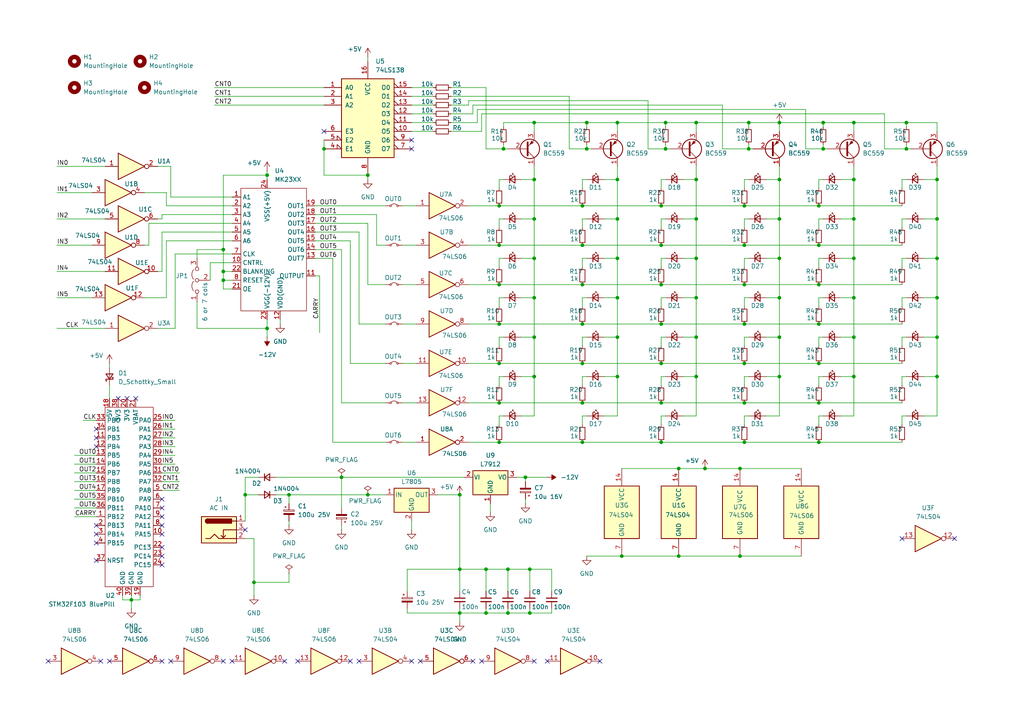
<source format=kicad_sch>
(kicad_sch (version 20231120) (generator "eeschema") (generator_version "8.0")
  (paper "A4")
  (junction (at 144.78 59.69))
  (junction (at 140.97 177.8))
  (junction (at 106.68 143.51))
  (junction (at 83.82 143.51))
  (junction (at 144.78 116.84))
  (junction (at 168.91 82.55))
  (junction (at 168.91 71.12))
  (junction (at 64.77 72.39))
  (junction (at 77.47 95.25))
  (junction (at 226.06 74.93))
  (junction (at 201.93 86.36))
  (junction (at 215.9 116.84))
  (junction (at 201.93 35.56))
  (junction (at 217.17 43.18))
  (junction (at 154.94 74.93))
  (junction (at 154.94 35.56))
  (junction (at 179.07 109.22))
  (junction (at 179.07 74.93))
  (junction (at 215.9 82.55))
  (junction (at 226.06 86.36))
  (junction (at 217.17 35.56))
  (junction (at 168.91 105.41))
  (junction (at 201.93 52.07))
  (junction (at 247.65 63.5))
  (junction (at 247.65 109.22))
  (junction (at 247.65 35.56))
  (junction (at 140.97 165.1))
  (junction (at 204.47 135.89))
  (junction (at 144.78 82.55))
  (junction (at 179.07 52.07))
  (junction (at 237.49 59.69))
  (junction (at 215.9 105.41))
  (junction (at 146.05 43.18))
  (junction (at 144.78 93.98))
  (junction (at 226.06 63.5))
  (junction (at 237.49 93.98))
  (junction (at 237.49 116.84))
  (junction (at 238.76 35.56))
  (junction (at 153.67 177.8))
  (junction (at 191.77 93.98))
  (junction (at 144.78 105.41))
  (junction (at 226.06 97.79))
  (junction (at 154.94 109.22))
  (junction (at 271.78 86.36))
  (junction (at 271.78 63.5))
  (junction (at 247.65 86.36))
  (junction (at 226.06 109.22))
  (junction (at 271.78 74.93))
  (junction (at 191.77 116.84))
  (junction (at 215.9 71.12))
  (junction (at 133.35 177.8))
  (junction (at 201.93 97.79))
  (junction (at 214.63 135.89))
  (junction (at 179.07 97.79))
  (junction (at 152.4 138.43))
  (junction (at 191.77 82.55))
  (junction (at 179.07 86.36))
  (junction (at 38.1 173.99))
  (junction (at 77.47 50.8))
  (junction (at 226.06 52.07))
  (junction (at 73.66 168.91))
  (junction (at 168.91 116.84))
  (junction (at 191.77 71.12))
  (junction (at 201.93 109.22))
  (junction (at 153.67 165.1))
  (junction (at 247.65 52.07))
  (junction (at 154.94 86.36))
  (junction (at 237.49 128.27))
  (junction (at 133.35 165.1))
  (junction (at 201.93 74.93))
  (junction (at 193.04 35.56))
  (junction (at 144.78 128.27))
  (junction (at 154.94 63.5))
  (junction (at 144.78 71.12))
  (junction (at 154.94 52.07))
  (junction (at 168.91 59.69))
  (junction (at 147.32 177.8))
  (junction (at 196.85 161.29))
  (junction (at 215.9 93.98))
  (junction (at 191.77 105.41))
  (junction (at 214.63 161.29))
  (junction (at 133.35 143.51))
  (junction (at 99.06 138.43))
  (junction (at 271.78 109.22))
  (junction (at 147.32 165.1))
  (junction (at 168.91 128.27))
  (junction (at 193.04 43.18))
  (junction (at 106.68 50.8))
  (junction (at 237.49 105.41))
  (junction (at 179.07 35.56))
  (junction (at 201.93 63.5))
  (junction (at 247.65 97.79))
  (junction (at 196.85 135.89))
  (junction (at 170.18 43.18))
  (junction (at 247.65 74.93))
  (junction (at 191.77 128.27))
  (junction (at 237.49 71.12))
  (junction (at 271.78 52.07))
  (junction (at 191.77 59.69))
  (junction (at 64.77 78.74))
  (junction (at 179.07 63.5))
  (junction (at 215.9 128.27))
  (junction (at 170.18 35.56))
  (junction (at 154.94 97.79))
  (junction (at 64.77 81.28))
  (junction (at 226.06 35.56))
  (junction (at 262.89 35.56))
  (junction (at 93.98 43.18))
  (junction (at 238.76 43.18))
  (junction (at 237.49 82.55))
  (junction (at 71.12 143.51))
  (junction (at 180.34 161.29))
  (junction (at 262.89 43.18))
  (junction (at 271.78 97.79))
  (junction (at 168.91 93.98))
  (junction (at 215.9 59.69))
  (no_connect (at 46.99 163.83))
  (no_connect (at 261.62 156.21))
  (no_connect (at 27.94 152.4))
  (no_connect (at 27.94 124.46))
  (no_connect (at 139.7 191.77))
  (no_connect (at 27.94 157.48))
  (no_connect (at 46.99 191.77))
  (no_connect (at 119.38 191.77))
  (no_connect (at 46.99 144.78))
  (no_connect (at 49.53 191.77))
  (no_connect (at 101.6 191.77))
  (no_connect (at 36.83 115.57))
  (no_connect (at 27.94 162.56))
  (no_connect (at 46.99 149.86))
  (no_connect (at 104.14 191.77))
  (no_connect (at 46.99 152.4))
  (no_connect (at 46.99 154.94))
  (no_connect (at 82.55 191.77))
  (no_connect (at 39.37 115.57))
  (no_connect (at 27.94 129.54))
  (no_connect (at 67.31 191.77))
  (no_connect (at 137.16 191.77))
  (no_connect (at 119.38 40.64))
  (no_connect (at 158.75 191.77))
  (no_connect (at 46.99 147.32))
  (no_connect (at 276.86 156.21))
  (no_connect (at 154.94 191.77))
  (no_connect (at 64.77 191.77))
  (no_connect (at 121.92 191.77))
  (no_connect (at 71.12 153.67))
  (no_connect (at 13.97 191.77))
  (no_connect (at 34.29 115.57))
  (no_connect (at 86.36 191.77))
  (no_connect (at 31.75 191.77))
  (no_connect (at 27.94 127))
  (no_connect (at 119.38 43.18))
  (no_connect (at 93.98 38.1))
  (no_connect (at 46.99 161.29))
  (no_connect (at 173.99 191.77))
  (no_connect (at 29.21 191.77))
  (no_connect (at 27.94 154.94))
  (no_connect (at 46.99 158.75))
  (wire (pts (xy 201.93 109.22) (xy 201.93 120.65)))
  (wire (pts (xy 144.78 54.61) (xy 144.78 52.07)))
  (wire (pts (xy 201.93 74.93) (xy 201.93 86.36)))
  (wire (pts (xy 57.15 72.39) (xy 64.77 72.39)))
  (wire (pts (xy 153.67 177.8) (xy 160.02 177.8)))
  (wire (pts (xy 153.67 171.45) (xy 153.67 165.1)))
  (wire (pts (xy 193.04 35.56) (xy 201.93 35.56)))
  (wire (pts (xy 237.49 123.19) (xy 237.49 120.65)))
  (wire (pts (xy 215.9 52.07) (xy 217.17 52.07)))
  (wire (pts (xy 165.1 43.18) (xy 170.18 43.18)))
  (wire (pts (xy 130.81 30.48) (xy 135.89 30.48)))
  (wire (pts (xy 191.77 88.9) (xy 191.77 86.36)))
  (wire (pts (xy 168.91 86.36) (xy 170.18 86.36)))
  (wire (pts (xy 111.76 93.98) (xy 104.14 93.98)))
  (wire (pts (xy 261.62 120.65) (xy 262.89 120.65)))
  (wire (pts (xy 119.38 33.02) (xy 125.73 33.02)))
  (wire (pts (xy 271.78 63.5) (xy 267.97 63.5)))
  (wire (pts (xy 77.47 50.8) (xy 64.77 50.8)))
  (wire (pts (xy 271.78 52.07) (xy 271.78 48.26)))
  (wire (pts (xy 43.18 64.77) (xy 67.31 64.77)))
  (wire (pts (xy 146.05 35.56) (xy 154.94 35.56)))
  (wire (pts (xy 201.93 97.79) (xy 201.93 109.22)))
  (wire (pts (xy 179.07 35.56) (xy 193.04 35.56)))
  (wire (pts (xy 119.38 38.1) (xy 125.73 38.1)))
  (wire (pts (xy 191.77 63.5) (xy 193.04 63.5)))
  (wire (pts (xy 215.9 74.93) (xy 217.17 74.93)))
  (wire (pts (xy 217.17 43.18) (xy 218.44 43.18)))
  (wire (pts (xy 119.38 30.48) (xy 125.73 30.48)))
  (wire (pts (xy 154.94 120.65) (xy 151.13 120.65)))
  (wire (pts (xy 71.12 138.43) (xy 74.93 138.43)))
  (wire (pts (xy 91.44 80.01) (xy 92.71 80.01)))
  (wire (pts (xy 237.49 93.98) (xy 261.62 93.98)))
  (wire (pts (xy 179.07 52.07) (xy 179.07 63.5)))
  (wire (pts (xy 48.26 59.69) (xy 67.31 59.69)))
  (wire (pts (xy 46.99 62.23) (xy 67.31 62.23)))
  (wire (pts (xy 262.89 35.56) (xy 271.78 35.56)))
  (wire (pts (xy 50.8 95.25) (xy 50.8 73.66)))
  (wire (pts (xy 99.06 116.84) (xy 99.06 72.39)))
  (wire (pts (xy 48.26 59.69) (xy 48.26 55.88)))
  (wire (pts (xy 201.93 120.65) (xy 198.12 120.65)))
  (wire (pts (xy 247.65 97.79) (xy 243.84 97.79)))
  (wire (pts (xy 226.06 63.5) (xy 226.06 74.93)))
  (wire (pts (xy 191.77 116.84) (xy 215.9 116.84)))
  (wire (pts (xy 99.06 138.43) (xy 80.01 138.43)))
  (wire (pts (xy 48.26 55.88) (xy 41.91 55.88)))
  (wire (pts (xy 71.12 143.51) (xy 71.12 138.43)))
  (wire (pts (xy 144.78 71.12) (xy 168.91 71.12)))
  (wire (pts (xy 267.97 109.22) (xy 271.78 109.22)))
  (wire (pts (xy 48.26 86.36) (xy 48.26 69.85)))
  (wire (pts (xy 139.7 38.1) (xy 139.7 33.02)))
  (wire (pts (xy 144.78 63.5) (xy 146.05 63.5)))
  (wire (pts (xy 144.78 86.36) (xy 146.05 86.36)))
  (wire (pts (xy 46.99 67.31) (xy 67.31 67.31)))
  (wire (pts (xy 93.98 43.18) (xy 93.98 40.64)))
  (wire (pts (xy 154.94 97.79) (xy 151.13 97.79)))
  (wire (pts (xy 226.06 52.07) (xy 226.06 63.5)))
  (wire (pts (xy 191.77 93.98) (xy 215.9 93.98)))
  (wire (pts (xy 140.97 176.53) (xy 140.97 177.8)))
  (wire (pts (xy 135.89 105.41) (xy 144.78 105.41)))
  (wire (pts (xy 144.78 82.55) (xy 168.91 82.55)))
  (wire (pts (xy 144.78 59.69) (xy 168.91 59.69)))
  (wire (pts (xy 146.05 43.18) (xy 140.97 43.18)))
  (wire (pts (xy 152.4 138.43) (xy 149.86 138.43)))
  (wire (pts (xy 233.68 43.18) (xy 238.76 43.18)))
  (wire (pts (xy 168.91 128.27) (xy 191.77 128.27)))
  (wire (pts (xy 135.89 59.69) (xy 144.78 59.69)))
  (wire (pts (xy 247.65 35.56) (xy 262.89 35.56)))
  (wire (pts (xy 261.62 52.07) (xy 262.89 52.07)))
  (wire (pts (xy 196.85 135.89) (xy 204.47 135.89)))
  (wire (pts (xy 152.4 144.78) (xy 152.4 146.05)))
  (wire (pts (xy 168.91 109.22) (xy 170.18 109.22)))
  (wire (pts (xy 16.51 55.88) (xy 26.67 55.88)))
  (wire (pts (xy 140.97 43.18) (xy 140.97 25.4)))
  (wire (pts (xy 27.94 144.78) (xy 21.59 144.78)))
  (wire (pts (xy 168.91 111.76) (xy 168.91 109.22)))
  (wire (pts (xy 138.43 31.75) (xy 233.68 31.75)))
  (wire (pts (xy 261.62 74.93) (xy 262.89 74.93)))
  (wire (pts (xy 201.93 86.36) (xy 201.93 97.79)))
  (wire (pts (xy 165.1 27.94) (xy 165.1 43.18)))
  (wire (pts (xy 130.81 35.56) (xy 138.43 35.56)))
  (wire (pts (xy 247.65 63.5) (xy 247.65 74.93)))
  (wire (pts (xy 116.84 82.55) (xy 120.65 82.55)))
  (wire (pts (xy 71.12 143.51) (xy 71.12 151.13)))
  (wire (pts (xy 179.07 120.65) (xy 175.26 120.65)))
  (wire (pts (xy 215.9 66.04) (xy 215.9 63.5)))
  (wire (pts (xy 160.02 165.1) (xy 153.67 165.1)))
  (wire (pts (xy 256.54 43.18) (xy 262.89 43.18)))
  (wire (pts (xy 144.78 93.98) (xy 168.91 93.98)))
  (wire (pts (xy 198.12 74.93) (xy 201.93 74.93)))
  (wire (pts (xy 191.77 59.69) (xy 215.9 59.69)))
  (wire (pts (xy 45.72 63.5) (xy 46.99 63.5)))
  (wire (pts (xy 46.99 63.5) (xy 46.99 62.23)))
  (wire (pts (xy 16.51 71.12) (xy 26.67 71.12)))
  (wire (pts (xy 27.94 137.16) (xy 21.59 137.16)))
  (wire (pts (xy 144.78 88.9) (xy 144.78 86.36)))
  (wire (pts (xy 133.35 177.8) (xy 118.11 177.8)))
  (wire (pts (xy 271.78 97.79) (xy 271.78 109.22)))
  (wire (pts (xy 46.99 127) (xy 50.8 127)))
  (wire (pts (xy 168.91 71.12) (xy 191.77 71.12)))
  (wire (pts (xy 96.52 128.27) (xy 96.52 74.93)))
  (wire (pts (xy 271.78 97.79) (xy 267.97 97.79)))
  (wire (pts (xy 106.68 143.51) (xy 111.76 143.51)))
  (wire (pts (xy 179.07 86.36) (xy 179.07 97.79)))
  (wire (pts (xy 152.4 138.43) (xy 158.75 138.43)))
  (wire (pts (xy 179.07 35.56) (xy 179.07 38.1)))
  (wire (pts (xy 41.91 86.36) (xy 48.26 86.36)))
  (wire (pts (xy 191.77 71.12) (xy 215.9 71.12)))
  (wire (pts (xy 201.93 35.56) (xy 217.17 35.56)))
  (wire (pts (xy 106.68 50.8) (xy 93.98 50.8)))
  (wire (pts (xy 226.06 74.93) (xy 226.06 86.36)))
  (wire (pts (xy 237.49 52.07) (xy 238.76 52.07)))
  (wire (pts (xy 180.34 135.89) (xy 196.85 135.89)))
  (wire (pts (xy 67.31 81.28) (xy 64.77 81.28)))
  (wire (pts (xy 140.97 171.45) (xy 140.97 165.1)))
  (wire (pts (xy 237.49 109.22) (xy 238.76 109.22)))
  (wire (pts (xy 191.77 54.61) (xy 191.77 52.07)))
  (wire (pts (xy 144.78 77.47) (xy 144.78 74.93)))
  (wire (pts (xy 237.49 100.33) (xy 237.49 97.79)))
  (wire (pts (xy 119.38 27.94) (xy 125.73 27.94)))
  (wire (pts (xy 168.91 77.47) (xy 168.91 74.93)))
  (wire (pts (xy 154.94 52.07) (xy 154.94 63.5)))
  (wire (pts (xy 62.23 27.94) (xy 93.98 27.94)))
  (wire (pts (xy 151.13 109.22) (xy 154.94 109.22)))
  (wire (pts (xy 16.51 48.26) (xy 30.48 48.26)))
  (wire (pts (xy 38.1 173.99) (xy 38.1 172.72)))
  (wire (pts (xy 83.82 143.51) (xy 106.68 143.51)))
  (wire (pts (xy 237.49 120.65) (xy 238.76 120.65)))
  (wire (pts (xy 191.77 111.76) (xy 191.77 109.22)))
  (wire (pts (xy 237.49 86.36) (xy 238.76 86.36)))
  (wire (pts (xy 135.89 128.27) (xy 144.78 128.27)))
  (wire (pts (xy 226.06 35.56) (xy 238.76 35.56)))
  (wire (pts (xy 191.77 123.19) (xy 191.77 120.65)))
  (wire (pts (xy 170.18 35.56) (xy 179.07 35.56)))
  (wire (pts (xy 144.78 105.41) (xy 168.91 105.41)))
  (wire (pts (xy 261.62 97.79) (xy 262.89 97.79)))
  (wire (pts (xy 261.62 123.19) (xy 261.62 120.65)))
  (wire (pts (xy 179.07 109.22) (xy 179.07 120.65)))
  (wire (pts (xy 40.64 172.72) (xy 40.64 173.99)))
  (wire (pts (xy 209.55 30.48) (xy 209.55 43.18)))
  (wire (pts (xy 168.91 88.9) (xy 168.91 86.36)))
  (wire (pts (xy 201.93 63.5) (xy 201.93 74.93)))
  (wire (pts (xy 215.9 109.22) (xy 217.17 109.22)))
  (wire (pts (xy 247.65 86.36) (xy 243.84 86.36)))
  (wire (pts (xy 237.49 63.5) (xy 238.76 63.5)))
  (wire (pts (xy 138.43 35.56) (xy 138.43 31.75)))
  (wire (pts (xy 204.47 135.89) (xy 214.63 135.89)))
  (wire (pts (xy 99.06 147.32) (xy 99.06 138.43)))
  (wire (pts (xy 247.65 63.5) (xy 243.84 63.5)))
  (wire (pts (xy 99.06 138.43) (xy 134.62 138.43)))
  (wire (pts (xy 45.72 95.25) (xy 50.8 95.25)))
  (wire (pts (xy 101.6 105.41) (xy 101.6 69.85)))
  (wire (pts (xy 215.9 54.61) (xy 215.9 52.07)))
  (wire (pts (xy 27.94 142.24) (xy 21.59 142.24)))
  (wire (pts (xy 135.89 82.55) (xy 144.78 82.55)))
  (wire (pts (xy 226.06 86.36) (xy 222.25 86.36)))
  (wire (pts (xy 154.94 86.36) (xy 154.94 97.79)))
  (wire (pts (xy 237.49 116.84) (xy 261.62 116.84)))
  (wire (pts (xy 144.78 116.84) (xy 168.91 116.84)))
  (wire (pts (xy 48.26 69.85) (xy 67.31 69.85)))
  (wire (pts (xy 67.31 83.82) (xy 64.77 83.82)))
  (wire (pts (xy 201.93 52.07) (xy 201.93 63.5)))
  (wire (pts (xy 116.84 59.69) (xy 120.65 59.69)))
  (wire (pts (xy 237.49 105.41) (xy 261.62 105.41)))
  (wire (pts (xy 214.63 161.29) (xy 232.41 161.29)))
  (wire (pts (xy 187.96 43.18) (xy 193.04 43.18)))
  (wire (pts (xy 179.07 97.79) (xy 175.26 97.79)))
  (wire (pts (xy 271.78 120.65) (xy 267.97 120.65)))
  (wire (pts (xy 154.94 35.56) (xy 154.94 38.1)))
  (wire (pts (xy 179.07 52.07) (xy 179.07 48.26)))
  (wire (pts (xy 106.68 82.55) (xy 106.68 64.77)))
  (wire (pts (xy 154.94 86.36) (xy 151.13 86.36)))
  (wire (pts (xy 144.78 100.33) (xy 144.78 97.79)))
  (wire (pts (xy 27.94 134.62) (xy 21.59 134.62)))
  (wire (pts (xy 154.94 74.93) (xy 154.94 86.36)))
  (wire (pts (xy 233.68 31.75) (xy 233.68 43.18)))
  (wire (pts (xy 130.81 33.02) (xy 137.16 33.02)))
  (wire (pts (xy 109.22 71.12) (xy 109.22 62.23)))
  (wire (pts (xy 60.96 76.2) (xy 67.31 76.2)))
  (wire (pts (xy 57.15 87.63) (xy 57.15 95.25)))
  (wire (pts (xy 168.91 63.5) (xy 170.18 63.5)))
  (wire (pts (xy 226.06 97.79) (xy 222.25 97.79)))
  (wire (pts (xy 215.9 100.33) (xy 215.9 97.79)))
  (wire (pts (xy 38.1 173.99) (xy 38.1 176.53)))
  (wire (pts (xy 243.84 52.07) (xy 247.65 52.07)))
  (wire (pts (xy 193.04 43.18) (xy 193.04 41.91)))
  (wire (pts (xy 179.07 86.36) (xy 175.26 86.36)))
  (wire (pts (xy 168.91 82.55) (xy 191.77 82.55)))
  (wire (pts (xy 168.91 59.69) (xy 191.77 59.69)))
  (wire (pts (xy 144.78 109.22) (xy 146.05 109.22)))
  (wire (pts (xy 71.12 143.51) (xy 74.93 143.51)))
  (wire (pts (xy 147.32 165.1) (xy 140.97 165.1)))
  (wire (pts (xy 144.78 66.04) (xy 144.78 63.5)))
  (wire (pts (xy 104.14 93.98) (xy 104.14 67.31)))
  (wire (pts (xy 130.81 25.4) (xy 140.97 25.4)))
  (wire (pts (xy 133.35 143.51) (xy 133.35 165.1)))
  (wire (pts (xy 133.35 176.53) (xy 133.35 177.8)))
  (wire (pts (xy 267.97 74.93) (xy 271.78 74.93)))
  (wire (pts (xy 222.25 109.22) (xy 226.06 109.22)))
  (wire (pts (xy 77.47 92.71) (xy 77.47 95.25)))
  (wire (pts (xy 111.76 128.27) (xy 96.52 128.27)))
  (wire (pts (xy 168.91 52.07) (xy 170.18 52.07)))
  (wire (pts (xy 99.06 72.39) (xy 91.44 72.39)))
  (wire (pts (xy 226.06 86.36) (xy 226.06 97.79)))
  (wire (pts (xy 135.89 29.21) (xy 187.96 29.21)))
  (wire (pts (xy 168.91 120.65) (xy 170.18 120.65)))
  (wire (pts (xy 147.32 177.8) (xy 153.67 177.8)))
  (wire (pts (xy 215.9 71.12) (xy 237.49 71.12)))
  (wire (pts (xy 119.38 151.13) (xy 119.38 153.67)))
  (wire (pts (xy 16.51 95.25) (xy 30.48 95.25)))
  (wire (pts (xy 247.65 86.36) (xy 247.65 97.79)))
  (wire (pts (xy 226.06 97.79) (xy 226.06 109.22)))
  (wire (pts (xy 139.7 33.02) (xy 256.54 33.02)))
  (wire (pts (xy 64.77 50.8) (xy 64.77 72.39)))
  (wire (pts (xy 46.99 129.54) (xy 50.8 129.54)))
  (wire (pts (xy 226.06 38.1) (xy 226.06 35.56)))
  (wire (pts (xy 191.77 97.79) (xy 193.04 97.79)))
  (wire (pts (xy 83.82 166.37) (xy 83.82 168.91)))
  (wire (pts (xy 46.99 124.46) (xy 50.8 124.46)))
  (wire (pts (xy 215.9 111.76) (xy 215.9 109.22)))
  (wire (pts (xy 238.76 36.83) (xy 238.76 35.56)))
  (wire (pts (xy 215.9 97.79) (xy 217.17 97.79)))
  (wire (pts (xy 144.78 52.07) (xy 146.05 52.07)))
  (wire (pts (xy 226.06 52.07) (xy 226.06 48.26)))
  (wire (pts (xy 237.49 59.69) (xy 261.62 59.69)))
  (wire (pts (xy 168.91 105.41) (xy 191.77 105.41)))
  (wire (pts (xy 261.62 86.36) (xy 262.89 86.36)))
  (wire (pts (xy 151.13 74.93) (xy 154.94 74.93)))
  (wire (pts (xy 214.63 135.89) (xy 232.41 135.89)))
  (wire (pts (xy 73.66 168.91) (xy 83.82 168.91)))
  (wire (pts (xy 64.77 72.39) (xy 64.77 78.74)))
  (wire (pts (xy 140.97 165.1) (xy 133.35 165.1)))
  (wire (pts (xy 144.78 123.19) (xy 144.78 120.65)))
  (wire (pts (xy 215.9 59.69) (xy 237.49 59.69)))
  (wire (pts (xy 147.32 171.45) (xy 147.32 165.1)))
  (wire (pts (xy 168.91 74.93) (xy 170.18 74.93)))
  (wire (pts (xy 154.94 63.5) (xy 151.13 63.5)))
  (wire (pts (xy 137.16 30.48) (xy 209.55 30.48)))
  (wire (pts (xy 237.49 82.55) (xy 261.62 82.55)))
  (wire (pts (xy 106.68 16.51) (xy 106.68 17.78)))
  (wire (pts (xy 31.75 111.76) (xy 31.75 115.57)))
  (wire (pts (xy 198.12 109.22) (xy 201.93 109.22)))
  (wire (pts (xy 50.8 73.66) (xy 67.31 73.66)))
  (wire (pts (xy 116.84 116.84) (xy 120.65 116.84)))
  (wire (pts (xy 147.32 43.18) (xy 146.05 43.18)))
  (wire (pts (xy 146.05 36.83) (xy 146.05 35.56)))
  (wire (pts (xy 201.93 38.1) (xy 201.93 35.56)))
  (wire (pts (xy 16.51 63.5) (xy 30.48 63.5)))
  (wire (pts (xy 119.38 35.56) (xy 125.73 35.56)))
  (wire (pts (xy 16.51 86.36) (xy 26.67 86.36)))
  (wire (pts (xy 153.67 176.53) (xy 153.67 177.8)))
  (wire (pts (xy 170.18 43.18) (xy 170.18 41.91)))
  (wire (pts (xy 215.9 120.65) (xy 217.17 120.65)))
  (wire (pts (xy 154.94 109.22) (xy 154.94 120.65)))
  (wire (pts (xy 247.65 52.07) (xy 247.65 63.5)))
  (wire (pts (xy 222.25 52.07) (xy 226.06 52.07)))
  (wire (pts (xy 187.96 29.21) (xy 187.96 43.18)))
  (wire (pts (xy 27.94 149.86) (xy 21.59 149.86)))
  (wire (pts (xy 191.77 52.07) (xy 193.04 52.07)))
  (wire (pts (xy 27.94 132.08) (xy 21.59 132.08)))
  (wire (pts (xy 215.9 123.19) (xy 215.9 120.65)))
  (wire (pts (xy 43.18 64.77) (xy 43.18 71.12)))
  (wire (pts (xy 111.76 116.84) (xy 99.06 116.84)))
  (wire (pts (xy 191.77 86.36) (xy 193.04 86.36)))
  (wire (pts (xy 215.9 105.41) (xy 237.49 105.41)))
  (wire (pts (xy 168.91 54.61) (xy 168.91 52.07)))
  (wire (pts (xy 215.9 77.47) (xy 215.9 74.93)))
  (wire (pts (xy 64.77 78.74) (xy 67.31 78.74)))
  (wire (pts (xy 191.77 120.65) (xy 193.04 120.65)))
  (wire (pts (xy 179.07 63.5) (xy 175.26 63.5)))
  (wire (pts (xy 168.91 100.33) (xy 168.91 97.79)))
  (wire (pts (xy 62.23 25.4) (xy 93.98 25.4)))
  (wire (pts (xy 215.9 82.55) (xy 237.49 82.55)))
  (wire (pts (xy 191.77 66.04) (xy 191.77 63.5)))
  (wire (pts (xy 27.94 139.7) (xy 21.59 139.7)))
  (wire (pts (xy 154.94 52.07) (xy 154.94 48.26)))
  (wire (pts (xy 160.02 171.45) (xy 160.02 165.1)))
  (wire (pts (xy 62.23 30.48) (xy 93.98 30.48)))
  (wire (pts (xy 49.53 57.15) (xy 49.53 48.26)))
  (wire (pts (xy 35.56 173.99) (xy 38.1 173.99)))
  (wire (pts (xy 238.76 43.18) (xy 238.76 41.91)))
  (wire (pts (xy 215.9 86.36) (xy 217.17 86.36)))
  (wire (pts (xy 144.78 97.79) (xy 146.05 97.79)))
  (wire (pts (xy 261.62 54.61) (xy 261.62 52.07)))
  (wire (pts (xy 77.47 50.8) (xy 77.47 52.07)))
  (wire (pts (xy 64.77 83.82) (xy 64.77 81.28)))
  (wire (pts (xy 191.77 77.47) (xy 191.77 74.93)))
  (wire (pts (xy 27.94 147.32) (xy 21.59 147.32)))
  (wire (pts (xy 226.06 109.22) (xy 226.06 120.65)))
  (wire (pts (xy 271.78 35.56) (xy 271.78 38.1)))
  (wire (pts (xy 49.53 57.15) (xy 67.31 57.15)))
  (wire (pts (xy 168.91 93.98) (xy 191.77 93.98)))
  (wire (pts (xy 64.77 81.28) (xy 64.77 78.74)))
  (wire (pts (xy 71.12 156.21) (xy 73.66 156.21)))
  (wire (pts (xy 46.99 142.24) (xy 52.07 142.24)))
  (wire (pts (xy 271.78 74.93) (xy 271.78 86.36)))
  (wire (pts (xy 96.52 74.93) (xy 91.44 74.93)))
  (wire (pts (xy 168.91 97.79) (xy 170.18 97.79)))
  (wire (pts (xy 237.49 88.9) (xy 237.49 86.36)))
  (wire (pts (xy 154.94 97.79) (xy 154.94 109.22)))
  (wire (pts (xy 215.9 93.98) (xy 237.49 93.98)))
  (wire (pts (xy 191.77 128.27) (xy 215.9 128.27)))
  (wire (pts (xy 127 143.51) (xy 133.35 143.51)))
  (wire (pts (xy 46.99 134.62) (xy 50.8 134.62)))
  (wire (pts (xy 180.34 161.29) (xy 196.85 161.29)))
  (wire (pts (xy 168.91 66.04) (xy 168.91 63.5)))
  (wire (pts (xy 179.07 74.93) (xy 179.07 86.36)))
  (wire (pts (xy 261.62 88.9) (xy 261.62 86.36)))
  (wire (pts (xy 168.91 116.84) (xy 191.77 116.84)))
  (wire (pts (xy 247.65 120.65) (xy 243.84 120.65)))
  (wire (pts (xy 271.78 86.36) (xy 271.78 97.79)))
  (wire (pts (xy 247.65 97.79) (xy 247.65 109.22)))
  (wire (pts (xy 175.26 109.22) (xy 179.07 109.22)))
  (wire (pts (xy 45.72 78.74) (xy 46.99 78.74)))
  (wire (pts (xy 46.99 132.08) (xy 50.8 132.08)))
  (wire (pts (xy 201.93 86.36) (xy 198.12 86.36)))
  (wire (pts (xy 77.47 49.53) (xy 77.47 50.8)))
  (wire (pts (xy 130.81 27.94) (xy 165.1 27.94)))
  (wire (pts (xy 217.17 35.56) (xy 226.06 35.56)))
  (wire (pts (xy 267.97 52.07) (xy 271.78 52.07)))
  (wire (pts (xy 154.94 35.56) (xy 170.18 35.56)))
  (wire (pts (xy 154.94 63.5) (xy 154.94 74.93)))
  (wire (pts (xy 135.89 30.48) (xy 135.89 29.21)))
  (wire (pts (xy 16.51 78.74) (xy 30.48 78.74)))
  (wire (pts (xy 170.18 161.29) (xy 180.34 161.29)))
  (wire (pts (xy 261.62 109.22) (xy 262.89 109.22)))
  (wire (pts (xy 83.82 146.05) (xy 83.82 143.51)))
  (wire (pts (xy 271.78 63.5) (xy 271.78 74.93)))
  (wire (pts (xy 49.53 48.26) (xy 45.72 48.26)))
  (wire (pts (xy 179.07 63.5) (xy 179.07 74.93)))
  (wire (pts (xy 243.84 109.22) (xy 247.65 109.22)))
  (wire (pts (xy 262.89 43.18) (xy 262.89 41.91)))
  (wire (pts (xy 201.93 97.79) (xy 198.12 97.79)))
  (wire (pts (xy 83.82 143.51) (xy 80.01 143.51)))
  (wire (pts (xy 191.77 74.93) (xy 193.04 74.93)))
  (wire (pts (xy 73.66 168.91) (xy 73.66 172.72)))
  (wire (pts (xy 201.93 63.5) (xy 198.12 63.5)))
  (wire (pts (xy 142.24 146.05) (xy 142.24 148.59)))
  (wire (pts (xy 60.96 81.28) (xy 60.96 76.2)))
  (wire (pts (xy 101.6 69.85) (xy 91.44 69.85)))
  (wire (pts (xy 261.62 100.33) (xy 261.62 97.79)))
  (wire (pts (xy 91.44 62.23) (xy 109.22 62.23)))
  (wire (pts (xy 226.06 63.5) (xy 222.25 63.5)))
  (wire (pts (xy 170.18 36.83) (xy 170.18 35.56)))
  (wire (pts (xy 151.13 52.07) (xy 154.94 52.07)))
  (wire (pts (xy 118.11 165.1) (xy 133.35 165.1)))
  (wire (pts (xy 133.35 165.1) (xy 133.35 171.45)))
  (wire (pts (xy 116.84 105.41) (xy 120.65 105.41)))
  (wire (pts (xy 35.56 172.72) (xy 35.56 173.99)))
  (wire (pts (xy 46.99 137.16) (xy 52.07 137.16)))
  (wire (pts (xy 57.15 95.25) (xy 77.47 95.25)))
  (wire (pts (xy 130.81 38.1) (xy 139.7 38.1)))
  (wire (pts (xy 247.65 74.93) (xy 247.65 86.36)))
  (wire (pts (xy 46.99 121.92) (xy 50.8 121.92)))
  (wire (pts (xy 171.45 43.18) (xy 170.18 43.18)))
  (wire (pts (xy 191.77 100.33) (xy 191.77 97.79)))
  (wire (pts (xy 144.78 74.93) (xy 146.05 74.93)))
  (wire (pts (xy 116.84 71.12) (xy 120.65 71.12)))
  (wire (pts (xy 144.78 120.65) (xy 146.05 120.65)))
  (wire (pts (xy 237.49 77.47) (xy 237.49 74.93)))
  (wire (pts (xy 133.35 177.8) (xy 140.97 177.8)))
  (wire (pts (xy 153.67 165.1) (xy 147.32 165.1)))
  (wire (pts (xy 262.89 36.83) (xy 262.89 35.56)))
  (wire (pts (xy 237.49 54.61) (xy 237.49 52.07)))
  (wire (pts (xy 237.49 97.79) (xy 238.76 97.79)))
  (wire (pts (xy 256.54 33.02) (xy 256.54 43.18)))
  (wire (pts (xy 83.82 151.13) (xy 83.82 152.4)))
  (wire (pts (xy 215.9 116.84) (xy 237.49 116.84)))
  (wire (pts (xy 168.91 123.19) (xy 168.91 120.65)))
  (wire (pts (xy 261.62 63.5) (xy 262.89 63.5)))
  (wire (pts (xy 243.84 74.93) (xy 247.65 74.93)))
  (wire (pts (xy 261.62 111.76) (xy 261.62 109.22)))
  (wire (pts (xy 237.49 66.04) (xy 237.49 63.5)))
  (wire (pts (xy 209.55 43.18) (xy 217.17 43.18)))
  (wire (pts (xy 106.68 64.77) (xy 91.44 64.77)))
  (wire (pts (xy 247.65 52.07) (xy 247.65 48.26)))
  (wire (pts (xy 237.49 111.76) (xy 237.49 109.22)))
  (wire (pts (xy 175.26 74.93) (xy 179.07 74.93)))
  (wire (pts (xy 217.17 35.56) (xy 217.17 36.83)))
  (wire (pts (xy 31.75 105.41) (xy 31.75 106.68)))
  (wire (pts (xy 237.49 71.12) (xy 261.62 71.12)))
  (wire (pts (xy 201.93 52.07) (xy 201.93 48.26)))
  (wire (pts (xy 81.28 92.71) (xy 81.28 93.98)))
  (wire (pts (xy 238.76 35.56) (xy 247.65 35.56)))
  (wire (pts (xy 73.66 156.21) (xy 73.66 168.91)))
  (wire (pts (xy 116.84 93.98) (xy 120.65 93.98)))
  (wire (pts (xy 215.9 128.27) (xy 237.49 128.27)))
  (wire (pts (xy 46.99 78.74) (xy 46.99 67.31)))
  (wire (pts (xy 46.99 139.7) (xy 52.07 139.7)))
  (wire (pts (xy 271.78 52.07) (xy 271.78 63.5)))
  (wire (pts (xy 93.98 50.8) (xy 93.98 43.18)))
  (wire (pts (xy 191.77 105.41) (xy 215.9 105.41)))
  (wire (pts (xy 99.06 152.4) (xy 99.06 153.67)))
  (wire (pts (xy 226.06 120.65) (xy 222.25 120.65)))
  (wire (pts (xy 111.76 82.55) (xy 106.68 82.55)))
  (wire (pts (xy 147.32 176.53) (xy 147.32 177.8)))
  (wire (pts (xy 215.9 88.9) (xy 215.9 86.36)))
  (wire (pts (xy 247.65 35.56) (xy 247.65 38.1)))
  (wire (pts (xy 144.78 111.76) (xy 144.78 109.22)))
  (wire (pts (xy 261.62 77.47) (xy 261.62 74.93)))
  (wire (pts (xy 261.62 66.04) (xy 261.62 63.5)))
  (wire (pts (xy 160.02 177.8) (xy 160.02 176.53)))
  (wire (pts (xy 111.76 105.41) (xy 101.6 105.41)))
  (wire (pts (xy 118.11 177.8) (xy 118.11 176.53)))
  (wire (pts (xy 240.03 43.18) (xy 238.76 43.18)))
  (wire (pts (xy 133.35 177.8) (xy 133.35 180.34)))
  (wire (pts (xy 193.04 35.56) (xy 193.04 36.83)))
  (wire (pts (xy 116.84 128.27) (xy 120.65 128.27)))
  (wire (pts (xy 196.85 161.29) (xy 214.63 161.29)))
  (wire (pts (xy 217.17 41.91) (xy 217.17 43.18)))
  (wire (pts (xy 104.14 67.31) (xy 91.44 67.31)))
  (wire (pts (xy 57.15 74.93) (xy 57.15 72.39)))
  (wire (pts (xy 237.49 74.93) (xy 238.76 74.93)))
  (wire (pts (xy 135.89 71.12) (xy 144.78 71.12)))
  (wire (pts (xy 191.77 82.55) (xy 215.9 82.55)))
  (wire (pts (xy 247.65 109.22) (xy 247.65 120.65)))
  (wire (pts (xy 111.76 71.12) (xy 109.22 71.12)))
  (wire (pts (xy 38.1 173.99) (xy 40.64 173.99)))
  (wire (pts (xy 27.94 121.92) (xy 24.13 121.92)))
  (wire (pts (xy 175.26 52.07) (xy 179.07 52.07)))
  (wire (pts (xy 77.47 95.25) (xy 77.47 97.79)))
  (wire (pts (xy 152.4 139.7) (xy 152.4 138.43)))
  (wire (pts (xy 137.16 33.02) (xy 137.16 30.48)))
  (wire (pts (xy 118.11 171.45) (xy 118.11 165.1)))
  (wire (pts (xy 144.78 128.27) (xy 168.91 128.27)))
  (wire (pts (xy 140.97 177.8) (xy 147.32 177.8)))
  (wire (pts (xy 92.71 80.01) (xy 92.71 96.52)))
  (wire (pts (xy 264.16 43.18) (xy 262.89 43.18)))
  (wire (pts (xy 222.25 74.93) (xy 226.06 74.93)))
  (wire (pts (xy 271.78 86.36) (xy 267.97 86.36)))
  (wire (pts (xy 215.9 63.5) (xy 217.17 63.5)))
  (wire (pts (xy 119.38 25.4) (xy 125.73 25.4)))
  (wire (pts (xy 146.05 43.18) (xy 146.05 41.91)))
  (wire (pts (xy 191.77 109.22) (xy 193.04 109.22)))
  (wire (pts (xy 43.18 71.12) (xy 41.91 71.12)))
  (wire (pts (xy 198.12 52.07) (xy 201.93 52.07)))
  (wire (pts (xy 237.49 128.27) (xy 261.62 128.27)))
  (wire (pts (xy 135.89 116.84) (xy 144.78 116.84)))
  (wire (pts (xy 271.78 109.22) (xy 271.78 120.65)))
  (wire (pts (xy 106.68 50.8) (xy 106.68 52.07)))
  (wire (pts (xy 135.89 93.98) (xy 144.78 93.98)))
  (wire (pts (xy 91.44 59.69) (xy 111.76 59.69)))
  (wire (pts (xy 179.07 97.79) (xy 179.07 109.22)))
  (wire (pts (xy 194.31 43.18) (xy 193.04 43.18)))
  (label "CARRY" (at 27.94 149.86 180))
  (label "CLK" (at 19.05 95.25 0))
  (label "IN2" (at 16.51 63.5 0))
  (label "CNT0" (at 62.23 25.4 0))
  (label "OUT1" (at 92.71 62.23 0))
  (label "OUT5" (at 27.94 144.78 180))
  (label "IN0" (at 46.99 121.92 0))
  (label "IN4" (at 16.51 78.74 0))
  (label "OUT0" (at 92.71 59.69 0))
  (label "CNT2" (at 46.99 142.24 0))
  (label "CLK" (at 27.94 121.92 180))
  (label "OUT2" (at 27.94 137.16 180))
  (label "OUT1" (at 27.94 134.62 180))
  (label "IN1" (at 16.51 55.88 0))
  (label "IN2" (at 46.99 127 0))
  (label "OUT6" (at 92.71 74.93 0))
  (label "CNT1" (at 46.99 139.7 0))
  (label "IN0" (at 16.51 48.26 0))
  (label "IN3" (at 46.99 129.54 0))
  (label "CNT1" (at 62.23 27.94 0))
  (label "OUT6" (at 27.94 147.32 180))
  (label "IN5" (at 46.99 134.62 0))
  (label "OUT5" (at 92.71 72.39 0))
  (label "OUT4" (at 92.71 69.85 0))
  (label "OUT4" (at 27.94 142.24 180))
  (label "OUT2" (at 92.71 64.77 0))
  (label "CNT0" (at 46.99 137.16 0))
  (label "OUT0" (at 27.94 132.08 180))
  (label "IN1" (at 46.99 124.46 0))
  (label "IN4" (at 46.99 132.08 0))
  (label "OUT3" (at 92.71 67.31 0))
  (label "IN3" (at 16.51 71.12 0))
  (label "OUT3" (at 27.94 139.7 180))
  (label "IN5" (at 16.51 86.36 0))
  (label "CARRY" (at 92.71 86.36 270))
  (label "CNT2" (at 62.23 30.48 0))
  (symbol (lib_id "Device:R_Small") (at 261.62 102.87 0) (unit 1)
    (property "Reference" "R51" (at 257.81 101.6 0) (effects (justify left)))
    (property "Value" "1k" (at 258.064 103.632 0) (effects (justify left)))
    (property "Footprint" "Resistor_THT:R_Axial_DIN0207_L6.3mm_D2.5mm_P7.62mm_Horizontal" (effects (hide yes)))
    (property "Description" "Resistor, small symbol" (effects (hide yes)))
  )
  (symbol (lib_id "Device:R_Small") (at 238.76 39.37 0) (unit 1)
    (property "Reference" "R46" (at 234.95 38.1 0) (effects (justify left)))
    (property "Value" "10k" (at 235.204 40.132 0) (effects (justify left)))
    (property "Footprint" "Resistor_THT:R_Axial_DIN0207_L6.3mm_D2.5mm_P7.62mm_Horizontal" (effects (hide yes)))
    (property "Description" "Resistor, small symbol" (effects (hide yes)))
  )
  (symbol (lib_id "Device:LED_Small") (at 172.72 86.36 0) (unit 1)
    (property "Reference" "D14" (at 172.72 88.646 0))
    (property "Value" "LED_Small" (effects (hide yes)))
    (property "Footprint" "LED_THT:LED_D5.0mm" (effects (hide yes)))
    (property "Description" "Light emitting diode, small symbol" (effects (hide yes)))
  )
  (symbol (lib_id "Device:LED_Small") (at 195.58 63.5 0) (unit 1)
    (property "Reference" "D19" (at 195.58 65.786 0))
    (property "Value" "LED_Small" (effects (hide yes)))
    (property "Footprint" "LED_THT:LED_D5.0mm" (effects (hide yes)))
    (property "Description" "Light emitting diode, small symbol" (effects (hide yes)))
  )
  (symbol (lib_id "Device:R_Small") (at 237.49 125.73 0) (unit 1)
    (property "Reference" "R45" (at 233.68 124.46 0) (effects (justify left)))
    (property "Value" "1k" (at 233.934 126.492 0) (effects (justify left)))
    (property "Footprint" "Resistor_THT:R_Axial_DIN0207_L6.3mm_D2.5mm_P7.62mm_Horizontal" (effects (hide yes)))
    (property "Description" "Resistor, small symbol" (effects (hide yes)))
  )
  (symbol (lib_id "Device:R_Small") (at 168.91 125.73 0) (unit 1)
    (property "Reference" "R21" (at 165.1 124.46 0) (effects (justify left)))
    (property "Value" "1k" (at 165.354 126.492 0) (effects (justify left)))
    (property "Footprint" "Resistor_THT:R_Axial_DIN0207_L6.3mm_D2.5mm_P7.62mm_Horizontal" (effects (hide yes)))
    (property "Description" "Resistor, small symbol" (effects (hide yes)))
  )
  (symbol (lib_id "Device:R_Small") (at 193.04 39.37 0) (unit 1)
    (property "Reference" "R30" (at 189.23 38.1 0) (effects (justify left)))
    (property "Value" "10k" (at 189.484 40.132 0) (effects (justify left)))
    (property "Footprint" "Resistor_THT:R_Axial_DIN0207_L6.3mm_D2.5mm_P7.62mm_Horizontal" (effects (hide yes)))
    (property "Description" "Resistor, small symbol" (effects (hide yes)))
  )
  (symbol (lib_id "power:GND") (at 38.1 176.53 0) (unit 1)
    (property "Reference" "#PWR02" (effects (hide yes)))
    (property "Value" "GND" (at 38.1 181.61 0))
    (property "Description" "Power symbol creates a global label with name \"GND\" , ground" (effects (hide yes)))
  )
  (symbol (lib_id "Device:LED_Small") (at 195.58 120.65 0) (unit 1)
    (property "Reference" "D24" (at 195.58 122.936 0))
    (property "Value" "LED_Small" (effects (hide yes)))
    (property "Footprint" "LED_THT:LED_D5.0mm" (effects (hide yes)))
    (property "Description" "Light emitting diode, small symbol" (effects (hide yes)))
  )
  (symbol (lib_id "74xx:74LS06") (at 57.15 191.77 0) (unit 4)
    (property "Reference" "U8" (at 57.15 182.88 0))
    (property "Value" "74LS06" (at 57.15 185.42 0))
    (property "Footprint" "Package_DIP:DIP-14_W7.62mm" (effects (hide yes)))
    (property "Datasheet" "http://www.ti.com/lit/gpn/sn74LS06" (effects (hide yes)))
    (property "Description" "Inverter Open Collect" (effects (hide yes)))
  )
  (symbol (lib_id "Device:LED_Small") (at 195.58 109.22 0) (unit 1)
    (property "Reference" "D23" (at 195.58 111.506 0))
    (property "Value" "LED_Small" (effects (hide yes)))
    (property "Footprint" "LED_THT:LED_D5.0mm" (effects (hide yes)))
    (property "Description" "Light emitting diode, small symbol" (effects (hide yes)))
  )
  (symbol (lib_id "power:GND") (at 106.68 52.07 0) (unit 1)
    (property "Reference" "#PWR010" (effects (hide yes)))
    (property "Value" "GND" (at 106.68 57.15 0))
    (property "Description" "Power symbol creates a global label with name \"GND\" , ground" (effects (hide yes)))
  )
  (symbol (lib_id "Device:Q_PNP_CBE") (at 223.52 43.18 0) (mirror x) (unit 1)
    (property "Reference" "Q4" (at 228.6 41.9099 0) (effects (justify left)))
    (property "Value" "BC559" (at 228.6 44.4499 0) (effects (justify left)))
    (property "Footprint" "Package_TO_SOT_THT:TO-92" (effects (hide yes)))
    (property "Description" "PNP transistor, collector/base/emitter" (effects (hide yes)))
  )
  (symbol (lib_id "Device:LED_Small") (at 172.72 120.65 0) (unit 1)
    (property "Reference" "D17" (at 172.72 122.936 0))
    (property "Value" "LED_Small" (effects (hide yes)))
    (property "Footprint" "LED_THT:LED_D5.0mm" (effects (hide yes)))
    (property "Description" "Light emitting diode, small symbol" (effects (hide yes)))
  )
  (symbol (lib_id "Device:R_Small") (at 128.27 25.4 90) (unit 1)
    (property "Reference" "R1" (at 132.588 24.384 90))
    (property "Value" "10k" (at 123.952 24.384 90))
    (property "Footprint" "Resistor_THT:R_Axial_DIN0207_L6.3mm_D2.5mm_P7.62mm_Horizontal" (effects (hide yes)))
    (property "Description" "Resistor, small symbol" (effects (hide yes)))
  )
  (symbol (lib_id "Device:C_Small") (at 140.97 173.99 0) (unit 1)
    (property "Reference" "C5" (at 141.478 171.704 0) (effects (justify left)))
    (property "Value" "100n" (at 141.478 176.022 0) (effects (justify left)))
    (property "Footprint" "Capacitor_THT:C_Disc_D5.0mm_W2.5mm_P5.00mm" (effects (hide yes)))
    (property "Description" "Unpolarized capacitor, small symbol" (effects (hide yes)))
  )
  (symbol (lib_id "Device:R_Small") (at 168.91 80.01 0) (unit 1)
    (property "Reference" "R17" (at 165.1 78.74 0) (effects (justify left)))
    (property "Value" "1k" (at 165.354 80.772 0) (effects (justify left)))
    (property "Footprint" "Resistor_THT:R_Axial_DIN0207_L6.3mm_D2.5mm_P7.62mm_Horizontal" (effects (hide yes)))
    (property "Description" "Resistor, small symbol" (effects (hide yes)))
  )
  (symbol (lib_id "74xx:74LS04") (at 111.76 191.77 0) (unit 2)
    (property "Reference" "U3" (at 111.76 182.88 0))
    (property "Value" "74LS04" (at 111.76 185.42 0))
    (property "Footprint" "Package_DIP:DIP-14_W7.62mm" (effects (hide yes)))
    (property "Datasheet" "http://www.ti.com/lit/gpn/sn74LS04" (effects (hide yes)))
    (property "Description" "Hex Inverter" (effects (hide yes)))
  )
  (symbol (lib_id "Device:LED_Small") (at 219.71 52.07 0) (unit 1)
    (property "Reference" "D25" (at 219.71 54.356 0))
    (property "Value" "LED_Small" (effects (hide yes)))
    (property "Footprint" "LED_THT:LED_D5.0mm" (effects (hide yes)))
    (property "Description" "Light emitting diode, small symbol" (effects (hide yes)))
  )
  (symbol (lib_id "Device:R_Small") (at 144.78 125.73 0) (unit 1)
    (property "Reference" "R13" (at 140.97 124.46 0) (effects (justify left)))
    (property "Value" "1k" (at 141.224 126.492 0) (effects (justify left)))
    (property "Footprint" "Resistor_THT:R_Axial_DIN0207_L6.3mm_D2.5mm_P7.62mm_Horizontal" (effects (hide yes)))
    (property "Description" "Resistor, small symbol" (effects (hide yes)))
  )
  (symbol (lib_id "74xx:74LS04") (at 196.85 148.59 0) (unit 7)
    (property "Reference" "U1" (at 196.85 146.558 0))
    (property "Value" "74LS04" (at 196.596 149.352 0))
    (property "Footprint" "Package_DIP:DIP-14_W7.62mm" (effects (hide yes)))
    (property "Datasheet" "http://www.ti.com/lit/gpn/sn74LS04" (effects (hide yes)))
    (property "Description" "Hex Inverter" (effects (hide yes)))
  )
  (symbol (lib_id "Device:D_Small") (at 77.47 138.43 0) (mirror x) (unit 1)
    (property "Reference" "D2" (at 74.422 140.208 0))
    (property "Value" "1N4004" (at 71.882 136.652 0))
    (property "Footprint" "Diode_THT:D_DO-41_SOD81_P10.16mm_Horizontal" (effects (hide yes)))
    (property "Description" "Diode, small symbol" (effects (hide yes)))
    (property "Sim.Device" "D" (effects (hide yes)))
    (property "Sim.Pins" "1=K 2=A" (effects (hide yes)))
  )
  (symbol (lib_id "Device:R_Small") (at 215.9 125.73 0) (unit 1)
    (property "Reference" "R37" (at 212.09 124.46 0) (effects (justify left)))
    (property "Value" "1k" (at 212.344 126.492 0) (effects (justify left)))
    (property "Footprint" "Resistor_THT:R_Axial_DIN0207_L6.3mm_D2.5mm_P7.62mm_Horizontal" (effects (hide yes)))
    (property "Description" "Resistor, small symbol" (effects (hide yes)))
  )
  (symbol (lib_id "Device:LED_Small") (at 172.72 74.93 0) (unit 1)
    (property "Reference" "D13" (at 172.72 77.216 0))
    (property "Value" "LED_Small" (effects (hide yes)))
    (property "Footprint" "LED_THT:LED_D5.0mm" (effects (hide yes)))
    (property "Description" "Light emitting diode, small symbol" (effects (hide yes)))
  )
  (symbol (lib_id "Device:R_Small") (at 215.9 80.01 0) (unit 1)
    (property "Reference" "R33" (at 212.09 78.74 0) (effects (justify left)))
    (property "Value" "1k" (at 212.344 80.772 0) (effects (justify left)))
    (property "Footprint" "Resistor_THT:R_Axial_DIN0207_L6.3mm_D2.5mm_P7.62mm_Horizontal" (effects (hide yes)))
    (property "Description" "Resistor, small symbol" (effects (hide yes)))
  )
  (symbol (lib_id "Device:R_Small") (at 146.05 39.37 0) (unit 1)
    (property "Reference" "R14" (at 142.24 38.1 0) (effects (justify left)))
    (property "Value" "10k" (at 142.494 40.132 0) (effects (justify left)))
    (property "Footprint" "Resistor_THT:R_Axial_DIN0207_L6.3mm_D2.5mm_P7.62mm_Horizontal" (effects (hide yes)))
    (property "Description" "Resistor, small symbol" (effects (hide yes)))
  )
  (symbol (lib_id "Device:C_Polarized_Small") (at 83.82 148.59 0) (unit 1)
    (property "Reference" "C1" (at 86.36 146.7738 0) (effects (justify left)))
    (property "Value" "100u 25V" (at 86.36 149.3138 0) (effects (justify left)))
    (property "Footprint" "Capacitor_THT:CP_Radial_D8.0mm_P5.00mm" (effects (hide yes)))
    (property "Description" "Polarized capacitor, small symbol" (effects (hide yes)))
  )
  (symbol (lib_id "Device:R_Small") (at 215.9 102.87 0) (unit 1)
    (property "Reference" "R35" (at 212.09 101.6 0) (effects (justify left)))
    (property "Value" "1k" (at 212.344 103.632 0) (effects (justify left)))
    (property "Footprint" "Resistor_THT:R_Axial_DIN0207_L6.3mm_D2.5mm_P7.62mm_Horizontal" (effects (hide yes)))
    (property "Description" "Resistor, small symbol" (effects (hide yes)))
  )
  (symbol (lib_id "74xx:74LS04") (at 166.37 191.77 0) (unit 5)
    (property "Reference" "U3" (at 166.37 182.88 0))
    (property "Value" "74LS04" (at 166.37 185.42 0))
    (property "Footprint" "Package_DIP:DIP-14_W7.62mm" (effects (hide yes)))
    (property "Datasheet" "http://www.ti.com/lit/gpn/sn74LS04" (effects (hide yes)))
    (property "Description" "Hex Inverter" (effects (hide yes)))
  )
  (symbol (lib_id "74xx:74LS06") (at 39.37 191.77 0) (unit 3)
    (property "Reference" "U8" (at 39.37 182.88 0))
    (property "Value" "74LS06" (at 39.37 185.42 0))
    (property "Footprint" "Package_DIP:DIP-14_W7.62mm" (effects (hide yes)))
    (property "Datasheet" "http://www.ti.com/lit/gpn/sn74LS06" (effects (hide yes)))
    (property "Description" "Inverter Open Collect" (effects (hide yes)))
  )
  (symbol (lib_id "Device:LED_Small") (at 172.72 52.07 0) (unit 1)
    (property "Reference" "D11" (at 172.72 54.356 0))
    (property "Value" "LED_Small" (effects (hide yes)))
    (property "Footprint" "LED_THT:LED_D5.0mm" (effects (hide yes)))
    (property "Description" "Light emitting diode, small symbol" (effects (hide yes)))
  )
  (symbol (lib_id "Device:LED_Small") (at 172.72 109.22 0) (unit 1)
    (property "Reference" "D16" (at 172.72 111.506 0))
    (property "Value" "LED_Small" (effects (hide yes)))
    (property "Footprint" "LED_THT:LED_D5.0mm" (effects (hide yes)))
    (property "Description" "Light emitting diode, small symbol" (effects (hide yes)))
  )
  (symbol (lib_id "74xx:74LS06") (at 128.27 116.84 0) (unit 6)
    (property "Reference" "U7" (at 129.54 113.03 0))
    (property "Value" "74LS06" (at 131.826 120.142 0))
    (property "Footprint" "Package_DIP:DIP-14_W7.62mm" (effects (hide yes)))
    (property "Datasheet" "http://www.ti.com/lit/gpn/sn74LS06" (effects (hide yes)))
    (property "Description" "Inverter Open Collect" (effects (hide yes)))
  )
  (symbol (lib_id "Device:LED_Small") (at 241.3 86.36 0) (unit 1)
    (property "Reference" "D35" (at 241.3 88.646 0))
    (property "Value" "LED_Small" (effects (hide yes)))
    (property "Footprint" "LED_THT:LED_D5.0mm" (effects (hide yes)))
    (property "Description" "Light emitting diode, small symbol" (effects (hide yes)))
  )
  (symbol (lib_id "74xx:74LS04") (at 180.34 148.59 0) (unit 7)
    (property "Reference" "U3" (at 180.34 146.558 0))
    (property "Value" "74LS04" (at 180.086 149.352 0))
    (property "Footprint" "Package_DIP:DIP-14_W7.62mm" (effects (hide yes)))
    (property "Datasheet" "http://www.ti.com/lit/gpn/sn74LS04" (effects (hide yes)))
    (property "Description" "Hex Inverter" (effects (hide yes)))
  )
  (symbol (lib_id "Device:R_Small") (at 261.62 114.3 0) (unit 1)
    (property "Reference" "R52" (at 257.81 113.03 0) (effects (justify left)))
    (property "Value" "1k" (at 258.064 115.062 0) (effects (justify left)))
    (property "Footprint" "Resistor_THT:R_Axial_DIN0207_L6.3mm_D2.5mm_P7.62mm_Horizontal" (effects (hide yes)))
    (property "Description" "Resistor, small symbol" (effects (hide yes)))
  )
  (symbol (lib_id "Device:R_Small") (at 168.91 57.15 0) (unit 1)
    (property "Reference" "R15" (at 165.1 55.88 0) (effects (justify left)))
    (property "Value" "1k" (at 165.354 57.912 0) (effects (justify left)))
    (property "Footprint" "Resistor_THT:R_Axial_DIN0207_L6.3mm_D2.5mm_P7.62mm_Horizontal" (effects (hide yes)))
    (property "Description" "Resistor, small symbol" (effects (hide yes)))
  )
  (symbol (lib_id "Device:LED_Small") (at 265.43 109.22 0) (unit 1)
    (property "Reference" "D44" (at 265.43 111.506 0))
    (property "Value" "LED_Small" (effects (hide yes)))
    (property "Footprint" "LED_THT:LED_D5.0mm" (effects (hide yes)))
    (property "Description" "Light emitting diode, small symbol" (effects (hide yes)))
  )
  (symbol (lib_id "Device:R_Small") (at 144.78 114.3 0) (unit 1)
    (property "Reference" "R12" (at 140.97 113.03 0) (effects (justify left)))
    (property "Value" "1k" (at 141.224 115.062 0) (effects (justify left)))
    (property "Footprint" "Resistor_THT:R_Axial_DIN0207_L6.3mm_D2.5mm_P7.62mm_Horizontal" (effects (hide yes)))
    (property "Description" "Resistor, small symbol" (effects (hide yes)))
  )
  (symbol (lib_id "power:GND") (at 83.82 152.4 0) (unit 1)
    (property "Reference" "#PWR07" (effects (hide yes)))
    (property "Value" "GND" (at 83.82 157.48 0))
    (property "Description" "Power symbol creates a global label with name \"GND\" , ground" (effects (hide yes)))
  )
  (symbol (lib_id "Device:LED_Small") (at 148.59 97.79 0) (unit 1)
    (property "Reference" "D8" (at 148.59 100.076 0))
    (property "Value" "LED_Small" (effects (hide yes)))
    (property "Footprint" "LED_THT:LED_D5.0mm" (effects (hide yes)))
    (property "Description" "Light emitting diode, small symbol" (effects (hide yes)))
  )
  (symbol (lib_id "Device:C_Polarized_Small") (at 118.11 173.99 0) (unit 1)
    (property "Reference" "C3" (at 120.65 172.1738 0) (effects (justify left)))
    (property "Value" "10u 25V" (at 120.65 174.7138 0) (effects (justify left)))
    (property "Footprint" "Capacitor_THT:CP_Radial_D7.5mm_P2.50mm" (effects (hide yes)))
    (property "Description" "Polarized capacitor, small symbol" (effects (hide yes)))
  )
  (symbol (lib_id "Jumper:Jumper_2_Small_Bridged") (at 114.3 93.98 0) (unit 1) (exclude_from_sim yes)
    (property "Reference" "OUT3" (at 114.046 91.948 0))
    (property "Value" "Jumper_2_Small_Bridged" (effects (hide yes)))
    (property "Footprint" "Connector_PinHeader_2.54mm:PinHeader_1x02_P2.54mm_Vertical" (effects (hide yes)))
    (property "Description" "Jumper, 2-pole, small symbol, bridged" (effects (hide yes)))
  )
  (symbol (lib_id "Device:LED_Small") (at 265.43 52.07 0) (unit 1)
    (property "Reference" "D39" (at 265.43 54.356 0))
    (property "Value" "LED_Small" (effects (hide yes)))
    (property "Footprint" "LED_THT:LED_D5.0mm" (effects (hide yes)))
    (property "Description" "Light emitting diode, small symbol" (effects (hide yes)))
  )
  (symbol (lib_id "Device:LED_Small") (at 241.3 74.93 0) (unit 1)
    (property "Reference" "D34" (at 241.3 77.216 0))
    (property "Value" "LED_Small" (effects (hide yes)))
    (property "Footprint" "LED_THT:LED_D5.0mm" (effects (hide yes)))
    (property "Description" "Light emitting diode, small symbol" (effects (hide yes)))
  )
  (symbol (lib_id "Device:C_Small") (at 133.35 173.99 0) (unit 1)
    (property "Reference" "C4" (at 133.858 171.704 0) (effects (justify left)))
    (property "Value" "100n" (at 133.858 176.022 0) (effects (justify left)))
    (property "Footprint" "Capacitor_THT:C_Disc_D5.0mm_W2.5mm_P5.00mm" (effects (hide yes)))
    (property "Description" "Unpolarized capacitor, small symbol" (effects (hide yes)))
  )
  (symbol (lib_id "power:GND") (at 133.35 180.34 0) (unit 1)
    (property "Reference" "#PWR013" (effects (hide yes)))
    (property "Value" "GND" (at 133.35 185.42 0))
    (property "Description" "Power symbol creates a global label with name \"GND\" , ground" (effects (hide yes)))
  )
  (symbol (lib_id "Device:LED_Small") (at 219.71 120.65 0) (unit 1)
    (property "Reference" "D31" (at 219.71 122.936 0))
    (property "Value" "LED_Small" (effects (hide yes)))
    (property "Footprint" "LED_THT:LED_D5.0mm" (effects (hide yes)))
    (property "Description" "Light emitting diode, small symbol" (effects (hide yes)))
  )
  (symbol (lib_id "Device:LED_Small") (at 219.71 97.79 0) (unit 1)
    (property "Reference" "D29" (at 219.71 100.076 0))
    (property "Value" "LED_Small" (effects (hide yes)))
    (property "Footprint" "LED_THT:LED_D5.0mm" (effects (hide yes)))
    (property "Description" "Light emitting diode, small symbol" (effects (hide yes)))
  )
  (symbol (lib_id "Device:LED_Small") (at 241.3 52.07 0) (unit 1)
    (property "Reference" "D32" (at 241.3 54.356 0))
    (property "Value" "LED_Small" (effects (hide yes)))
    (property "Footprint" "LED_THT:LED_D5.0mm" (effects (hide yes)))
    (property "Description" "Light emitting diode, small symbol" (effects (hide yes)))
  )
  (symbol (lib_id "Device:D_Schottky_Small") (at 31.75 109.22 90) (unit 1)
    (property "Reference" "D1" (at 34.29 108.2039 90) (effects (justify right)))
    (property "Value" "D_Schottky_Small" (at 34.29 110.7439 90) (effects (justify right)))
    (property "Footprint" "Diode_THT:D_DO-41_SOD81_P10.16mm_Horizontal" (effects (hide yes)))
    (property "Description" "Schottky diode, small symbol" (effects (hide yes)))
  )
  (symbol (lib_id "Device:LED_Small") (at 219.71 74.93 0) (unit 1)
    (property "Reference" "D27" (at 219.71 77.216 0))
    (property "Value" "LED_Small" (effects (hide yes)))
    (property "Footprint" "LED_THT:LED_D5.0mm" (effects (hide yes)))
    (property "Description" "Light emitting diode, small symbol" (effects (hide yes)))
  )
  (symbol (lib_id "Mechanical:MountingHole") (at 21.59 17.78 0) (unit 1) (exclude_from_sim yes) (in_bom no)
    (property "Reference" "H1" (at 24.13 16.5099 0) (effects (justify left)))
    (property "Value" "MountingHole" (at 24.13 19.0499 0) (effects (justify left)))
    (property "Footprint" "MountingHole:MountingHole_3.2mm_M3" (effects (hide yes)))
    (property "Description" "Mounting Hole without connection" (effects (hide yes)))
  )
  (symbol (lib_id "power:-12V") (at 77.47 97.79 180) (unit 1)
    (property "Reference" "#PWR05" (effects (hide yes)))
    (property "Value" "-12V" (at 77.47 102.87 0))
    (property "Description" "Power symbol creates a global label with name \"-12V\"" (effects (hide yes)))
  )
  (symbol (lib_id "power:+5V") (at 77.47 49.53 0) (unit 1)
    (property "Reference" "#PWR04" (effects (hide yes)))
    (property "Value" "+5V" (at 73.66 47.244 0))
    (property "Description" "Power symbol creates a global label with name \"+5V\"" (effects (hide yes)))
  )
  (symbol (lib_id "power:GND") (at 152.4 146.05 0) (unit 1)
    (property "Reference" "#PWR015" (effects (hide yes)))
    (property "Value" "GND" (at 152.4 151.13 0))
    (property "Description" "Power symbol creates a global label with name \"GND\" , ground" (effects (hide yes)))
  )
  (symbol (lib_id "Jumper:Jumper_2_Small_Bridged") (at 114.3 82.55 0) (unit 1) (exclude_from_sim yes)
    (property "Reference" "OUT2" (at 114.046 80.518 0))
    (property "Value" "Jumper_2_Small_Bridged" (effects (hide yes)))
    (property "Footprint" "Connector_PinHeader_2.54mm:PinHeader_1x02_P2.54mm_Vertical" (effects (hide yes)))
    (property "Description" "Jumper, 2-pole, small symbol, bridged" (effects (hide yes)))
  )
  (symbol (lib_id "power:PWR_FLAG") (at 106.68 143.51 0) (unit 1)
    (property "Reference" "#FLG03" (effects (hide yes)))
    (property "Value" "PWR_FLAG" (at 105.918 145.288 0))
    (property "Description" "Special symbol for telling ERC where power comes from" (effects (hide yes)))
  )
  (symbol (lib_id "74xx:74LS138") (at 106.68 33.02 0) (unit 1)
    (property "Reference" "U5" (at 108.8741 17.78 0) (effects (justify left)))
    (property "Value" "74LS138" (at 108.8741 20.32 0) (effects (justify left)))
    (property "Footprint" "Package_DIP:DIP-16_W7.62mm" (effects (hide yes)))
    (property "Datasheet" "http://www.ti.com/lit/gpn/sn74LS138" (effects (hide yes)))
    (property "Description" "Decoder 3 to 8 active low outputs" (effects (hide yes)))
  )
  (symbol (lib_id "Device:R_Small") (at 128.27 30.48 90) (unit 1)
    (property "Reference" "R3" (at 132.588 29.464 90))
    (property "Value" "10k" (at 123.952 29.464 90))
    (property "Footprint" "Resistor_THT:R_Axial_DIN0207_L6.3mm_D2.5mm_P7.62mm_Horizontal" (effects (hide yes)))
    (property "Description" "Resistor, small symbol" (effects (hide yes)))
  )
  (symbol (lib_id "74xx:74LS04") (at 38.1 95.25 0) (unit 1)
    (property "Reference" "U3" (at 47.498 93.726 0))
    (property "Value" "74LS04" (at 27.178 93.472 0))
    (property "Footprint" "Package_DIP:DIP-14_W7.62mm" (effects (hide yes)))
    (property "Datasheet" "http://www.ti.com/lit/gpn/sn74LS04" (effects (hide yes)))
    (property "Description" "Hex Inverter" (effects (hide yes)))
  )
  (symbol (lib_id "Jumper:Jumper_2_Small_Bridged") (at 114.3 59.69 0) (unit 1) (exclude_from_sim yes)
    (property "Reference" "OUT0" (at 114.046 57.658 0))
    (property "Value" "Jumper_2_Small_Bridged" (effects (hide yes)))
    (property "Footprint" "Connector_PinHeader_2.54mm:PinHeader_1x02_P2.54mm_Vertical" (effects (hide yes)))
    (property "Description" "Jumper, 2-pole, small symbol, bridged" (effects (hide yes)))
  )
  (symbol (lib_id "power:+5V") (at 133.35 143.51 0) (unit 1)
    (property "Reference" "#PWR012" (effects (hide yes)))
    (property "Value" "+5V" (at 129.54 141.224 0))
    (property "Description" "Power symbol creates a global label with name \"+5V\"" (effects (hide yes)))
  )
  (symbol (lib_id "Device:R_Small") (at 237.49 57.15 0) (unit 1)
    (property "Reference" "R39" (at 233.68 55.88 0) (effects (justify left)))
    (property "Value" "1k" (at 233.934 57.912 0) (effects (justify left)))
    (property "Footprint" "Resistor_THT:R_Axial_DIN0207_L6.3mm_D2.5mm_P7.62mm_Horizontal" (effects (hide yes)))
    (property "Description" "Resistor, small symbol" (effects (hide yes)))
  )
  (symbol (lib_id "74xx:74LS04") (at 38.1 48.26 0) (unit 1)
    (property "Reference" "U1" (at 47.498 46.736 0))
    (property "Value" "74LS04" (at 27.178 46.482 0))
    (property "Footprint" "Package_DIP:DIP-14_W7.62mm" (effects (hide yes)))
    (property "Datasheet" "http://www.ti.com/lit/gpn/sn74LS04" (effects (hide yes)))
    (property "Description" "Hex Inverter" (effects (hide yes)))
  )
  (symbol (lib_id "Device:R_Small") (at 191.77 80.01 0) (unit 1)
    (property "Reference" "R25" (at 187.96 78.74 0) (effects (justify left)))
    (property "Value" "1k" (at 188.214 80.772 0) (effects (justify left)))
    (property "Footprint" "Resistor_THT:R_Axial_DIN0207_L6.3mm_D2.5mm_P7.62mm_Horizontal" (effects (hide yes)))
    (property "Description" "Resistor, small symbol" (effects (hide yes)))
  )
  (symbol (lib_id "power:+5V") (at 31.75 105.41 0) (unit 1)
    (property "Reference" "#PWR01" (effects (hide yes)))
    (property "Value" "+5V" (at 27.94 103.124 0))
    (property "Description" "Power symbol creates a global label with name \"+5V\"" (effects (hide yes)))
  )
  (symbol (lib_id "Regulator_Linear:L7805") (at 119.38 143.51 0) (unit 1)
    (property "Reference" "U6" (at 119.38 137.16 0))
    (property "Value" "L7805" (at 119.38 139.7 0))
    (property "Footprint" "Package_TO_SOT_THT:TO-220-3_Vertical" (effects (hide yes)))
    (property "Datasheet" "http://www.st.com/content/ccc/resource/technical/document/datasheet/41/4f/b3/b0/12/d4/47/88/CD00000444.pdf/files/CD00000444.pdf/jcr:content/translations/en.CD00000444.pdf" (effects (hide yes)))
    (property "Description" "Positive 1.5A 35V Linear Regulator, Fixed Output 5V, TO-220/TO-263/TO-252" (effects (hide yes)))
  )
  (symbol (lib_id "Device:LED_Small") (at 241.3 120.65 0) (unit 1)
    (property "Reference" "D38" (at 241.3 122.936 0))
    (property "Value" "LED_Small" (effects (hide yes)))
    (property "Footprint" "LED_THT:LED_D5.0mm" (effects (hide yes)))
    (property "Description" "Light emitting diode, small symbol" (effects (hide yes)))
  )
  (symbol (lib_id "Mechanical:MountingHole") (at 41.91 25.4 0) (unit 1) (exclude_from_sim yes) (in_bom no)
    (property "Reference" "H4" (at 44.45 24.1299 0) (effects (justify left)))
    (property "Value" "MountingHole" (at 44.45 26.6699 0) (effects (justify left)))
    (property "Footprint" "MountingHole:MountingHole_3.2mm_M3" (effects (hide yes)))
    (property "Description" "Mounting Hole without connection" (effects (hide yes)))
  )
  (symbol (lib_id "74xx:74LS06") (at 128.27 105.41 0) (unit 5)
    (property "Reference" "U7" (at 129.286 102.108 0))
    (property "Value" "74LS06" (at 130.81 108.966 0))
    (property "Footprint" "Package_DIP:DIP-14_W7.62mm" (effects (hide yes)))
    (property "Datasheet" "http://www.ti.com/lit/gpn/sn74LS06" (effects (hide yes)))
    (property "Description" "Inverter Open Collect" (effects (hide yes)))
  )
  (symbol (lib_id "74xx:74LS06") (at 21.59 191.77 0) (unit 2)
    (property "Reference" "U8" (at 21.59 182.88 0))
    (property "Value" "74LS06" (at 21.59 185.42 0))
    (property "Footprint" "Package_DIP:DIP-14_W7.62mm" (effects (hide yes)))
    (property "Datasheet" "http://www.ti.com/lit/gpn/sn74LS06" (effects (hide yes)))
    (property "Description" "Inverter Open Collect" (effects (hide yes)))
  )
  (symbol (lib_id "Device:D_Small") (at 77.47 143.51 180) (unit 1)
    (property "Reference" "D3" (at 80.518 145.288 0))
    (property "Value" "1N4004" (at 83.058 141.732 0))
    (property "Footprint" "Diode_THT:D_DO-41_SOD81_P10.16mm_Horizontal" (effects (hide yes)))
    (property "Description" "Diode, small symbol" (effects (hide yes)))
    (property "Sim.Device" "D" (effects (hide yes)))
    (property "Sim.Pins" "1=K 2=A" (effects (hide yes)))
  )
  (symbol (lib_id "Device:R_Small") (at 144.78 57.15 0) (unit 1)
    (property "Reference" "R7" (at 140.97 55.88 0) (effects (justify left)))
    (property "Value" "1k" (at 141.224 57.912 0) (effects (justify left)))
    (property "Footprint" "Resistor_THT:R_Axial_DIN0207_L6.3mm_D2.5mm_P7.62mm_Horizontal" (effects (hide yes)))
    (property "Description" "Resistor, small symbol" (effects (hide yes)))
  )
  (symbol (lib_id "Device:R_Small") (at 168.91 68.58 0) (unit 1)
    (property "Reference" "R16" (at 165.1 67.31 0) (effects (justify left)))
    (property "Value" "1k" (at 165.354 69.342 0) (effects (justify left)))
    (property "Footprint" "Resistor_THT:R_Axial_DIN0207_L6.3mm_D2.5mm_P7.62mm_Horizontal" (effects (hide yes)))
    (property "Description" "Resistor, small symbol" (effects (hide yes)))
  )
  (symbol (lib_id "Device:R_Small") (at 144.78 68.58 0) (unit 1)
    (property "Reference" "R8" (at 140.97 67.31 0) (effects (justify left)))
    (property "Value" "1k" (at 141.224 69.342 0) (effects (justify left)))
    (property "Footprint" "Resistor_THT:R_Axial_DIN0207_L6.3mm_D2.5mm_P7.62mm_Horizontal" (effects (hide yes)))
    (property "Description" "Resistor, small symbol" (effects (hide yes)))
  )
  (symbol (lib_id "Device:R_Small") (at 170.18 39.37 0) (unit 1)
    (property "Reference" "R22" (at 166.37 38.1 0) (effects (justify left)))
    (property "Value" "10k" (at 166.624 40.132 0) (effects (justify left)))
    (property "Footprint" "Resistor_THT:R_Axial_DIN0207_L6.3mm_D2.5mm_P7.62mm_Horizontal" (effects (hide yes)))
    (property "Description" "Resistor, small symbol" (effects (hide yes)))
  )
  (symbol (lib_id "Device:R_Small") (at 144.78 91.44 0) (unit 1)
    (property "Reference" "R10" (at 140.97 90.17 0) (effects (justify left)))
    (property "Value" "1k" (at 141.224 92.202 0) (effects (justify left)))
    (property "Footprint" "Resistor_THT:R_Axial_DIN0207_L6.3mm_D2.5mm_P7.62mm_Horizontal" (effects (hide yes)))
    (property "Description" "Resistor, small symbol" (effects (hide yes)))
  )
  (symbol (lib_id "Device:R_Small") (at 168.91 102.87 0) (unit 1)
    (property "Reference" "R19" (at 165.1 101.6 0) (effects (justify left)))
    (property "Value" "1k" (at 165.354 103.632 0) (effects (justify left)))
    (property "Footprint" "Resistor_THT:R_Axial_DIN0207_L6.3mm_D2.5mm_P7.62mm_Horizontal" (effects (hide yes)))
    (property "Description" "Resistor, small symbol" (effects (hide yes)))
  )
  (symbol (lib_id "power:PWR_FLAG") (at 99.06 138.43 0) (unit 1)
    (property "Reference" "#FLG02" (effects (hide yes)))
    (property "Value" "PWR_FLAG" (at 99.06 133.35 0))
    (property "Description" "Special symbol for telling ERC where power comes from" (effects (hide yes)))
  )
  (symbol (lib_id "Device:C_Polarized_Small") (at 99.06 149.86 180) (unit 1)
    (property "Reference" "C2" (at 101.6 149.136 0) (effects (justify right)))
    (property "Value" "100u 25V" (at 101.6 151.676 0) (effects (justify right)))
    (property "Footprint" "Capacitor_THT:CP_Radial_D8.0mm_P5.00mm" (effects (hide yes)))
    (property "Description" "Polarized capacitor, small symbol" (effects (hide yes)))
  )
  (symbol (lib_id "Device:LED_Small") (at 241.3 97.79 0) (unit 1)
    (property "Reference" "D36" (at 241.3 100.076 0))
    (property "Value" "LED_Small" (effects (hide yes)))
    (property "Footprint" "LED_THT:LED_D5.0mm" (effects (hide yes)))
    (property "Description" "Light emitting diode, small symbol" (effects (hide yes)))
  )
  (symbol (lib_id "Device:R_Small") (at 261.62 125.73 0) (unit 1)
    (property "Reference" "R53" (at 257.81 124.46 0) (effects (justify left)))
    (property "Value" "1k" (at 258.064 126.492 0) (effects (justify left)))
    (property "Footprint" "Resistor_THT:R_Axial_DIN0207_L6.3mm_D2.5mm_P7.62mm_Horizontal" (effects (hide yes)))
    (property "Description" "Resistor, small symbol" (effects (hide yes)))
  )
  (symbol (lib_id "Device:R_Small") (at 144.78 80.01 0) (unit 1)
    (property "Reference" "R9" (at 140.97 78.74 0) (effects (justify left)))
    (property "Value" "1k" (at 141.224 80.772 0) (effects (justify left)))
    (property "Footprint" "Resistor_THT:R_Axial_DIN0207_L6.3mm_D2.5mm_P7.62mm_Horizontal" (effects (hide yes)))
    (property "Description" "Resistor, small symbol" (effects (hide yes)))
  )
  (symbol (lib_id "Device:LED_Small") (at 219.71 86.36 0) (unit 1)
    (property "Reference" "D28" (at 219.71 88.646 0))
    (property "Value" "LED_Small" (effects (hide yes)))
    (property "Footprint" "LED_THT:LED_D5.0mm" (effects (hide yes)))
    (property "Description" "Light emitting diode, small symbol" (effects (hide yes)))
  )
  (symbol (lib_id "Device:Q_PNP_CBE") (at 245.11 43.18 0) (mirror x) (unit 1)
    (property "Reference" "Q5" (at 250.19 41.9099 0) (effects (justify left)))
    (property "Value" "BC559" (at 250.19 44.4499 0) (effects (justify left)))
    (property "Footprint" "Package_TO_SOT_THT:TO-92" (effects (hide yes)))
    (property "Description" "PNP transistor, collector/base/emitter" (effects (hide yes)))
  )
  (symbol (lib_id "Device:R_Small") (at 191.77 91.44 0) (unit 1)
    (property "Reference" "R26" (at 187.96 90.17 0) (effects (justify left)))
    (property "Value" "1k" (at 188.214 92.202 0) (effects (justify left)))
    (property "Footprint" "Resistor_THT:R_Axial_DIN0207_L6.3mm_D2.5mm_P7.62mm_Horizontal" (effects (hide yes)))
    (property "Description" "Resistor, small symbol" (effects (hide yes)))
  )
  (symbol (lib_id "Device:R_Small") (at 217.17 39.37 0) (unit 1)
    (property "Reference" "R38" (at 213.36 38.1 0) (effects (justify left)))
    (property "Value" "10k" (at 213.614 40.132 0) (effects (justify left)))
    (property "Footprint" "Resistor_THT:R_Axial_DIN0207_L6.3mm_D2.5mm_P7.62mm_Horizontal" (effects (hide yes)))
    (property "Description" "Resistor, small symbol" (effects (hide yes)))
  )
  (symbol (lib_id "Device:LED_Small") (at 219.71 63.5 0) (unit 1)
    (property "Reference" "D26" (at 219.71 65.786 0))
    (property "Value" "LED_Small" (effects (hide yes)))
    (property "Footprint" "LED_THT:LED_D5.0mm" (effects (hide yes)))
    (property "Description" "Light emitting diode, small symbol" (effects (hide yes)))
  )
  (symbol (lib_id "Device:R_Small") (at 261.62 91.44 0) (unit 1)
    (property "Reference" "R50" (at 257.81 90.17 0) (effects (justify left)))
    (property "Value" "1k" (at 258.064 92.202 0) (effects (justify left)))
    (property "Footprint" "Resistor_THT:R_Axial_DIN0207_L6.3mm_D2.5mm_P7.62mm_Horizontal" (effects (hide yes)))
    (property "Description" "Resistor, small symbol" (effects (hide yes)))
  )
  (symbol (lib_id "power:-12V") (at 158.75 138.43 270) (unit 1)
    (property "Reference" "#PWR016" (effects (hide yes)))
    (property "Value" "-12V" (at 162.56 138.4299 90) (effects (justify left)))
    (property "Description" "Power symbol creates a global label with name \"-12V\"" (effects (hide yes)))
  )
  (symbol (lib_id "74xx:74LS06") (at 74.93 191.77 0) (unit 5)
    (property "Reference" "U8" (at 74.93 182.88 0))
    (property "Value" "74LS06" (at 74.93 185.42 0))
    (property "Footprint" "Package_DIP:DIP-14_W7.62mm" (effects (hide yes)))
    (property "Datasheet" "http://www.ti.com/lit/gpn/sn74LS06" (effects (hide yes)))
    (property "Description" "Inverter Open Collect" (effects (hide yes)))
  )
  (symbol (lib_id "74xx:74LS04") (at 34.29 86.36 0) (unit 6)
    (property "Reference" "U1" (at 38.354 83.566 0))
    (property "Value" "74LS04" (at 25.4 83.82 0))
    (property "Footprint" "Package_DIP:DIP-14_W7.62mm" (effects (hide yes)))
    (property "Datasheet" "http://www.ti.com/lit/gpn/sn74LS04" (effects (hide yes)))
    (property "Description" "Hex Inverter" (effects (hide yes)))
  )
  (symbol (lib_id "74xx:74LS06") (at 128.27 93.98 0) (unit 4)
    (property "Reference" "U7" (at 129.54 90.17 0))
    (property "Value" "74LS06" (at 131.826 97.282 0))
    (property "Footprint" "Package_DIP:DIP-14_W7.62mm" (effects (hide yes)))
    (property "Datasheet" "http://www.ti.com/lit/gpn/sn74LS06" (effects (hide yes)))
    (property "Description" "Inverter Open Collect" (effects (hide yes)))
  )
  (symbol (lib_id "Device:LED_Small") (at 195.58 86.36 0) (unit 1)
    (property "Reference" "D21" (at 195.58 88.646 0))
    (property "Value" "LED_Small" (effects (hide yes)))
    (property "Footprint" "LED_THT:LED_D5.0mm" (effects (hide yes)))
    (property "Description" "Light emitting diode, small symbol" (effects (hide yes)))
  )
  (symbol (lib_id "Device:LED_Small") (at 172.72 97.79 0) (unit 1)
    (property "Reference" "D15" (at 172.72 100.076 0))
    (property "Value" "LED_Small" (effects (hide yes)))
    (property "Footprint" "LED_THT:LED_D5.0mm" (effects (hide yes)))
    (property "Description" "Light emitting diode, small symbol" (effects (hide yes)))
  )
  (symbol (lib_id "Device:R_Small") (at 128.27 35.56 90) (unit 1)
    (property "Reference" "R5" (at 132.588 34.544 90))
    (property "Value" "10k" (at 123.952 34.544 90))
    (property "Footprint" "Resistor_THT:R_Axial_DIN0207_L6.3mm_D2.5mm_P7.62mm_Horizontal" (effects (hide yes)))
    (property "Description" "Resistor, small symbol" (effects (hide yes)))
  )
  (symbol (lib_id "Device:Q_PNP_CBE") (at 152.4 43.18 0) (mirror x) (unit 1)
    (property "Reference" "Q1" (at 157.48 41.9099 0) (effects (justify left)))
    (property "Value" "BC559" (at 157.48 44.4499 0) (effects (justify left)))
    (property "Footprint" "Package_TO_SOT_THT:TO-92" (effects (hide yes)))
    (property "Description" "PNP transistor, collector/base/emitter" (effects (hide yes)))
  )
  (symbol (lib_id "Device:R_Small") (at 237.49 80.01 0) (unit 1)
    (property "Reference" "R41" (at 233.68 78.74 0) (effects (justify left)))
    (property "Value" "1k" (at 233.934 80.772 0) (effects (justify left)))
    (property "Footprint" "Resistor_THT:R_Axial_DIN0207_L6.3mm_D2.5mm_P7.62mm_Horizontal" (effects (hide yes)))
    (property "Description" "Resistor, small symbol" (effects (hide yes)))
  )
  (symbol (lib_id "Device:LED_Small") (at 148.59 52.07 0) (unit 1)
    (property "Reference" "D4" (at 148.59 54.356 0))
    (property "Value" "LED_Small" (effects (hide yes)))
    (property "Footprint" "LED_THT:LED_D5.0mm" (effects (hide yes)))
    (property "Description" "Light emitting diode, small symbol" (effects (hide yes)))
  )
  (symbol (lib_id "74xx:74LS06") (at 128.27 59.69 0) (unit 1)
    (property "Reference" "U7" (at 129.286 56.388 0))
    (property "Value" "74LS06" (at 130.81 63.246 0))
    (property "Footprint" "Package_DIP:DIP-14_W7.62mm" (effects (hide yes)))
    (property "Datasheet" "http://www.ti.com/lit/gpn/sn74LS06" (effects (hide yes)))
    (property "Description" "Inverter Open Collect" (effects (hide yes)))
  )
  (symbol (lib_id "Mechanical:MountingHole") (at 21.59 25.4 0) (unit 1) (exclude_from_sim yes) (in_bom no)
    (property "Reference" "H3" (at 24.13 24.1299 0) (effects (justify left)))
    (property "Value" "MountingHole" (at 24.13 26.6699 0) (effects (justify left)))
    (property "Footprint" "MountingHole:MountingHole_3.2mm_M3" (effects (hide yes)))
    (property "Description" "Mounting Hole without connection" (effects (hide yes)))
  )
  (symbol (lib_id "power:+5V") (at 106.68 16.51 0) (unit 1)
    (property "Reference" "#PWR09" (effects (hide yes)))
    (property "Value" "+5V" (at 102.87 14.224 0))
    (property "Description" "Power symbol creates a global label with name \"+5V\"" (effects (hide yes)))
  )
  (symbol (lib_id "Device:LED_Small") (at 265.43 86.36 0) (unit 1)
    (property "Reference" "D42" (at 265.43 88.646 0))
    (property "Value" "LED_Small" (effects (hide yes)))
    (property "Footprint" "LED_THT:LED_D5.0mm" (effects (hide yes)))
    (property "Description" "Light emitting diode, small symbol" (effects (hide yes)))
  )
  (symbol (lib_id "Device:C_Polarized_Small") (at 152.4 142.24 180) (unit 1)
    (property "Reference" "C7" (at 154.94 141.516 0) (effects (justify right)))
    (property "Value" "10u 16V" (at 154.94 144.056 0) (effects (justify right)))
    (property "Footprint" "Capacitor_THT:CP_Radial_D7.5mm_P2.50mm" (effects (hide yes)))
    (property "Description" "Polarized capacitor, small symbol" (effects (hide yes)))
  )
  (symbol (lib_id "Device:LED_Small") (at 195.58 74.93 0) (unit 1)
    (property "Reference" "D20" (at 195.58 77.216 0))
    (property "Value" "LED_Small" (effects (hide yes)))
    (property "Footprint" "LED_THT:LED_D5.0mm" (effects (hide yes)))
    (property "Description" "Light emitting diode, small symbol" (effects (hide yes)))
  )
  (symbol (lib_id "Device:R_Small") (at 128.27 27.94 90) (unit 1)
    (property "Reference" "R2" (at 132.588 26.924 90))
    (property "Value" "10k" (at 123.952 26.924 90))
    (property "Footprint" "Resistor_THT:R_Axial_DIN0207_L6.3mm_D2.5mm_P7.62mm_Horizontal" (effects (hide yes)))
    (property "Description" "Resistor, small symbol" (effects (hide yes)))
  )
  (symbol (lib_id "Device:R_Small") (at 168.91 114.3 0) (unit 1)
    (property "Reference" "R20" (at 165.1 113.03 0) (effects (justify left)))
    (property "Value" "1k" (at 165.354 115.062 0) (effects (justify left)))
    (property "Footprint" "Resistor_THT:R_Axial_DIN0207_L6.3mm_D2.5mm_P7.62mm_Horizontal" (effects (hide yes)))
    (property "Description" "Resistor, small symbol" (effects (hide yes)))
  )
  (symbol (lib_id "Device:R_Small") (at 128.27 38.1 90) (unit 1)
    (property "Reference" "R6" (at 132.588 37.084 90))
    (property "Value" "10k" (at 123.952 37.084 90))
    (property "Footprint" "Resistor_THT:R_Axial_DIN0207_L6.3mm_D2.5mm_P7.62mm_Horizontal" (effects (hide yes)))
    (property "Description" "Resistor, small symbol" (effects (hide yes)))
  )
  (symbol (lib_id "Device:C_Small") (at 153.67 173.99 0) (unit 1)
    (property "Reference" "C8" (at 154.178 171.704 0) (effects (justify left)))
    (property "Value" "100n" (at 154.178 176.022 0) (effects (justify left)))
    (property "Footprint" "Capacitor_THT:C_Disc_D5.0mm_W2.5mm_P5.00mm" (effects (hide yes)))
    (property "Description" "Unpolarized capacitor, small symbol" (effects (hide yes)))
  )
  (symbol (lib_id "Device:R_Small") (at 215.9 68.58 0) (unit 1)
    (property "Reference" "R32" (at 212.09 67.31 0) (effects (justify left)))
    (property "Value" "1k" (at 212.344 69.342 0) (effects (justify left)))
    (property "Footprint" "Resistor_THT:R_Axial_DIN0207_L6.3mm_D2.5mm_P7.62mm_Horizontal" (effects (hide yes)))
    (property "Description" "Resistor, small symbol" (effects (hide yes)))
  )
  (symbol (lib_id "Device:LED_Small") (at 265.43 63.5 0) (unit 1)
    (property "Reference" "D40" (at 265.43 65.786 0))
    (property "Value" "LED_Small" (effects (hide yes)))
    (property "Footprint" "LED_THT:LED_D5.0mm" (effects (hide yes)))
    (property "Description" "Light emitting diode, small symbol" (effects (hide yes)))
  )
  (symbol (lib_id "power:+5V") (at 226.06 35.56 0) (unit 1)
    (property "Reference" "#PWR019" (effects (hide yes)))
    (property "Value" "+5V" (at 226.06 30.48 0))
    (property "Description" "Power symbol creates a global label with name \"+5V\"" (effects (hide yes)))
  )
  (symbol (lib_id "power:GND") (at 170.18 161.29 0) (unit 1)
    (property "Reference" "#PWR017" (effects (hide yes)))
    (property "Value" "GND" (at 170.18 166.37 0))
    (property "Description" "Power symbol creates a global label with name \"GND\" , ground" (effects (hide yes)))
  )
  (symbol (lib_id "Device:Q_PNP_CBE") (at 199.39 43.18 0) (mirror x) (unit 1)
    (property "Reference" "Q3" (at 204.47 41.9099 0) (effects (justify left)))
    (property "Value" "BC559" (at 204.47 44.4499 0) (effects (justify left)))
    (property "Footprint" "Package_TO_SOT_THT:TO-92" (effects (hide yes)))
    (property "Description" "PNP transistor, collector/base/emitter" (effects (hide yes)))
  )
  (symbol (lib_id "Device:LED_Small") (at 265.43 120.65 0) (unit 1)
    (property "Reference" "D45" (at 265.43 122.936 0))
    (property "Value" "LED_Small" (effects (hide yes)))
    (property "Footprint" "LED_THT:LED_D5.0mm" (effects (hide yes)))
    (property "Description" "Light emitting diode, small symbol" (effects (hide yes)))
  )
  (symbol (lib_id "Device:LED_Small") (at 195.58 52.07 0) (unit 1)
    (property "Reference" "D18" (at 195.58 54.356 0))
    (property "Value" "LED_Small" (effects (hide yes)))
    (property "Footprint" "LED_THT:LED_D5.0mm" (effects (hide yes)))
    (property "Description" "Light emitting diode, small symbol" (effects (hide yes)))
  )
  (symbol (lib_id "Device:R_Small") (at 128.27 33.02 90) (unit 1)
    (property "Reference" "R4" (at 132.588 32.004 90))
    (property "Value" "10k" (at 123.952 32.004 90))
    (property "Footprint" "Resistor_THT:R_Axial_DIN0207_L6.3mm_D2.5mm_P7.62mm_Horizontal" (effects (hide yes)))
    (property "Description" "Resistor, small symbol" (effects (hide yes)))
  )
  (symbol (lib_id "Device:R_Small") (at 191.77 114.3 0) (unit 1)
    (property "Reference" "R28" (at 187.96 113.03 0) (effects (justify left)))
    (property "Value" "1k" (at 188.214 115.062 0) (effects (justify left)))
    (property "Footprint" "Resistor_THT:R_Axial_DIN0207_L6.3mm_D2.5mm_P7.62mm_Horizontal" (effects (hide yes)))
    (property "Description" "Resistor, small symbol" (effects (hide yes)))
  )
  (symbol (lib_id "74xx:74LS04") (at 34.29 71.12 0) (unit 4)
    (property "Reference" "U1" (at 38.1 68.834 0))
    (property "Value" "74LS04" (at 25.4 68.326 0))
    (property "Footprint" "Package_DIP:DIP-14_W7.62mm" (effects (hide yes)))
    (property "Datasheet" "http://www.ti.com/lit/gpn/sn74LS04" (effects (hide yes)))
    (property "Description" "Hex Inverter" (effects (hide yes)))
  )
  (symbol (lib_id "power:GND") (at 99.06 153.67 0) (unit 1)
    (property "Reference" "#PWR08" (effects (hide yes)))
    (property "Value" "GND" (at 99.06 158.75 0))
    (property "Description" "Power symbol creates a global label with name \"GND\" , ground" (effects (hide yes)))
  )
  (symbol (lib_id "Device:R_Small") (at 261.62 80.01 0) (unit 1)
    (property "Reference" "R49" (at 257.81 78.74 0) (effects (justify left)))
    (property "Value" "1k" (at 258.064 80.772 0) (effects (justify left)))
    (property "Footprint" "Resistor_THT:R_Axial_DIN0207_L6.3mm_D2.5mm_P7.62mm_Horizontal" (effects (hide yes)))
    (property "Description" "Resistor, small symbol" (effects (hide yes)))
  )
  (symbol (lib_id "power:PWR_FLAG") (at 83.82 166.37 0) (unit 1)
    (property "Reference" "#FLG01" (effects (hide yes)))
    (property "Value" "PWR_FLAG" (at 83.82 161.29 0))
    (property "Description" "Special symbol for telling ERC where power comes from" (effects (hide yes)))
  )
  (symbol (lib_id "74xx:74LS04") (at 34.29 55.88 0) (unit 2)
    (property "Reference" "U1" (at 38.1 53.34 0))
    (property "Value" "74LS04" (at 23.368 53.848 0))
    (property "Footprint" "Package_DIP:DIP-14_W7.62mm" (effects (hide yes)))
    (property "Datasheet" "http://www.ti.com/lit/gpn/sn74LS04" (effects (hide yes)))
    (property "Description" "Hex Inverter" (effects (hide yes)))
  )
  (symbol (lib_id "Device:R_Small") (at 191.77 102.87 0) (unit 1)
    (property "Reference" "R27" (at 187.96 101.6 0) (effects (justify left)))
    (property "Value" "1k" (at 188.214 103.632 0) (effects (justify left)))
    (property "Footprint" "Resistor_THT:R_Axial_DIN0207_L6.3mm_D2.5mm_P7.62mm_Horizontal" (effects (hide yes)))
    (property "Description" "Resistor, small symbol" (effects (hide yes)))
  )
  (symbol (lib_id "Jumper:Jumper_2_Small_Bridged") (at 114.3 116.84 0) (unit 1) (exclude_from_sim yes)
    (property "Reference" "OUT5" (at 114.046 114.808 0))
    (property "Value" "Jumper_2_Small_Bridged" (effects (hide yes)))
    (property "Footprint" "Connector_PinHeader_2.54mm:PinHeader_1x02_P2.54mm_Vertical" (effects (hide yes)))
    (property "Description" "Jumper, 2-pole, small symbol, bridged" (effects (hide yes)))
  )
  (symbol (lib_id "74xx:74LS06") (at 214.63 148.59 0) (unit 7)
    (property "Reference" "U7" (at 214.63 147.066 0))
    (property "Value" "74LS06" (at 214.884 149.352 0))
    (property "Footprint" "Package_DIP:DIP-14_W7.62mm" (effects (hide yes)))
    (property "Datasheet" "http://www.ti.com/lit/gpn/sn74LS06" (effects (hide yes)))
    (property "Description" "Inverter Open Collect" (effects (hide yes)))
  )
  (symbol (lib_id "Jumper:Jumper_2_Small_Bridged") (at 114.3 128.27 0) (unit 1) (exclude_from_sim yes)
    (property "Reference" "OUT6" (at 114.046 126.238 0))
    (property "Value" "Jumper_2_Small_Bridged" (effects (hide yes)))
    (property "Footprint" "Connector_PinHeader_2.54mm:PinHeader_1x02_P2.54mm_Vertical" (effects (hide yes)))
    (property "Description" "Jumper, 2-pole, small symbol, bridged" (effects (hide yes)))
  )
  (symbol (lib_id "74xx:74LS06") (at 232.41 148.59 0) (unit 7)
    (property "Reference" "U8" (at 230.632 146.812 0) (effects (justify left)))
    (property "Value" "74LS06" (at 228.854 149.606 0) (effects (justify left)))
    (property "Footprint" "Package_DIP:DIP-14_W7.62mm" (effects (hide yes)))
    (property "Datasheet" "http://www.ti.com/lit/gpn/sn74LS06" (effects (hide yes)))
    (property "Description" "Inverter Open Collect" (effects (hide yes)))
  )
  (symbol (lib_id "74xx:74LS04") (at 38.1 63.5 0) (unit 3)
    (property "Reference" "U1" (at 42.164 60.706 0))
    (property "Value" "74LS04" (at 28.194 61.214 0))
    (property "Footprint" "Package_DIP:DIP-14_W7.62mm" (effects (hide yes)))
    (property "Datasheet" "http://www.ti.com/lit/gpn/sn74LS04" (effects (hide yes)))
    (property "Description" "Hex Inverter" (effects (hide yes)))
  )
  (symbol (lib_id "Device:R_Small") (at 144.78 102.87 0) (unit 1)
    (property "Reference" "R11" (at 140.97 101.6 0) (effects (justify left)))
    (property "Value" "1k" (at 141.224 103.632 0) (effects (justify left)))
    (property "Footprint" "Resistor_THT:R_Axial_DIN0207_L6.3mm_D2.5mm_P7.62mm_Horizontal" (effects (hide yes)))
    (property "Description" "Resistor, small symbol" (effects (hide yes)))
  )
  (symbol (lib_id "Device:LED_Small") (at 265.43 74.93 0) (unit 1)
    (property "Reference" "D41" (at 265.43 77.216 0))
    (property "Value" "LED_Small" (effects (hide yes)))
    (property "Footprint" "LED_THT:LED_D5.0mm" (effects (hide yes)))
    (property "Description" "Light emitting diode, small symbol" (effects (hide yes)))
  )
  (symbol (lib_id "power:GND") (at 73.66 172.72 0) (unit 1)
    (property "Reference" "#PWR03" (effects (hide yes)))
    (property "Value" "GND" (at 73.66 177.8 0))
    (property "Description" "Power symbol creates a global label with name \"GND\" , ground" (effects (hide yes)))
  )
  (symbol (lib_id "Device:R_Small") (at 261.62 57.15 0) (unit 1)
    (property "Reference" "R47" (at 257.81 55.88 0) (effects (justify left)))
    (property "Value" "1k" (at 258.064 57.912 0) (effects (justify left)))
    (property "Footprint" "Resistor_THT:R_Axial_DIN0207_L6.3mm_D2.5mm_P7.62mm_Horizontal" (effects (hide yes)))
    (property "Description" "Resistor, small symbol" (effects (hide yes)))
  )
  (symbol (lib_id "Device:R_Small") (at 237.49 114.3 0) (unit 1)
    (property "Reference" "R44" (at 233.68 113.03 0) (effects (justify left)))
    (property "Value" "1k" (at 233.934 115.062 0) (effects (justify left)))
    (property "Footprint" "Resistor_THT:R_Axial_DIN0207_L6.3mm_D2.5mm_P7.62mm_Horizontal" (effects (hide yes)))
    (property "Description" "Resistor, small symbol" (effects (hide yes)))
  )
  (symbol (lib_id "Device:R_Small") (at 262.89 39.37 0) (unit 1)
    (property "Reference" "R54" (at 259.08 38.1 0) (effects (justify left)))
    (property "Value" "10k" (at 259.334 40.132 0) (effects (justify left)))
    (property "Footprint" "Resistor_THT:R_Axial_DIN0207_L6.3mm_D2.5mm_P7.62mm_Horizontal" (effects (hide yes)))
    (property "Description" "Resistor, small symbol" (effects (hide yes)))
  )
  (symbol (lib_id "Device:R_Small") (at 191.77 68.58 0) (unit 1)
    (property "Reference" "R24" (at 187.96 67.31 0) (effects (justify left)))
    (property "Value" "1k" (at 188.214 69.342 0) (effects (justify left)))
    (property "Footprint" "Resistor_THT:R_Axial_DIN0207_L6.3mm_D2.5mm_P7.62mm_Horizontal" (effects (hide yes)))
    (property "Description" "Resistor, small symbol" (effects (hide yes)))
  )
  (symbol (lib_id "Device:LED_Small") (at 219.71 109.22 0) (unit 1)
    (property "Reference" "D30" (at 219.71 111.506 0))
    (property "Value" "LED_Small" (effects (hide yes)))
    (property "Footprint" "LED_THT:LED_D5.0mm" (effects (hide yes)))
    (property "Description" "Light emitting diode, small symbol" (effects (hide yes)))
  )
  (symbol (lib_id "Device:R_Small") (at 237.49 91.44 0) (unit 1)
    (property "Reference" "R42" (at 233.68 90.17 0) (effects (justify left)))
    (property "Value" "1k" (at 233.934 92.202 0) (effects (justify left)))
    (property "Footprint" "Resistor_THT:R_Axial_DIN0207_L6.3mm_D2.5mm_P7.62mm_Horizontal" (effects (hide yes)))
    (property "Description" "Resistor, small symbol" (effects (hide yes)))
  )
  (symbol (lib_id "power:+5V") (at 204.47 135.89 0) (unit 1)
    (property "Reference" "#PWR018" (effects (hide yes)))
    (property "Value" "+5V" (at 200.66 133.604 0))
    (property "Description" "Power symbol creates a global label with name \"+5V\"" (effects (hide yes)))
  )
  (symbol (lib_id "74xx:74LS04") (at 38.1 78.74 0) (unit 5)
    (property "Reference" "U1" (at 41.148 76.2 0))
    (property "Value" "74LS04" (at 28.956 75.946 0))
    (property "Footprint" "Package_DIP:DIP-14_W7.62mm" (effects (hide yes)))
    (property "Datasheet" "http://www.ti.com/lit/gpn/sn74LS04" (effects (hide yes)))
    (property "Description" "Hex Inverter" (effects (hide yes)))
  )
  (symbol (lib_id "Device:R_Small") (at 191.77 125.73 0) (unit 1)
    (property "Reference" "R29" (at 187.96 124.46 0) (effects (justify left)))
    (property "Value" "1k" (at 188.214 126.492 0) (effects (justify left)))
    (property "Footprint" "Resistor_THT:R_Axial_DIN0207_L6.3mm_D2.5mm_P7.62mm_Horizontal" (effects (hide yes)))
    (property "Description" "Resistor, small symbol" (effects (hide yes)))
  )
  (symbol (lib_id "Jumper:Jumper_3_Open") (at 57.15 81.28 90) (unit 1) (exclude_from_sim yes) (in_bom no)
    (property "Reference" "JP1" (at 54.61 80.0099 90) (effects (justify left)))
    (property "Value" "6 or 7 cols" (at 59.436 93.218 0) (effects (justify left)))
    (property "Footprint" "Connector_PinHeader_2.54mm:PinHeader_1x03_P2.54mm_Vertical" (effects (hide yes)))
    (property "Description" "Jumper, 3-pole, both open" (effects (hide yes)))
  )
  (symbol (lib_id "Device:Q_PNP_CBE") (at 176.53 43.18 0) (mirror x) (unit 1)
    (property "Reference" "Q2" (at 181.61 41.9099 0) (effects (justify left)))
    (property "Value" "BC559" (at 181.61 44.4499 0) (effects (justify left)))
    (property "Footprint" "Package_TO_SOT_THT:TO-92" (effects (hide yes)))
    (property "Description" "PNP transistor, collector/base/emitter" (effects (hide yes)))
  )
  (symbol (lib_id "Device:R_Small") (at 168.91 91.44 0) (unit 1)
    (property "Reference" "R18" (at 165.1 90.17 0) (effects (justify left)))
    (property "Value" "1k" (at 165.354 92.202 0) (effects (justify left)))
    (property "Footprint" "Resistor_THT:R_Axial_DIN0207_L6.3mm_D2.5mm_P7.62mm_Horizontal" (effects (hide yes)))
    (property "Description" "Resistor, small symbol" (effects (hide yes)))
  )
  (symbol (lib_id "power:GND") (at 81.28 93.98 0) (unit 1)
    (property "Reference" "#PWR06" (effects (hide yes)))
    (property "Value" "GND" (at 81.28 99.06 0))
    (property "Description" "Power symbol creates a global label with name \"GND\" , ground" (effects (hide yes)))
  )
  (symbol (lib_id "Jumper:Jumper_2_Small_Bridged") (at 114.3 71.12 0) (unit 1) (exclude_from_sim yes)
    (property "Reference" "OUT1" (at 114.046 69.088 0))
    (property "Value" "Jumper_2_Small_Bridged" (effects (hide yes)))
    (property "Footprint" "Connector_PinHeader_2.54mm:PinHeader_1x02_P2.54mm_Vertical" (effects (hide yes)))
    (property "Description" "Jumper, 2-pole, small symbol, bridged" (effects (hide yes)))
  )
  (symbol (lib_id "Device:LED_Small") (at 148.59 86.36 0) (unit 1)
    (property "Reference" "D7" (at 148.59 88.646 0))
    (property "Value" "LED_Small" (effects (hide yes)))
    (property "Footprint" "LED_THT:LED_D5.0mm" (effects (hide yes)))
    (property "Description" "Light emitting diode, small symbol" (effects (hide yes)))
  )
  (symbol (lib_id "Mechanical:MountingHole") (at 40.64 17.78 0) (unit 1) (exclude_from_sim yes) (in_bom no)
    (property "Reference" "H2" (at 43.18 16.5099 0) (effects (justify left)))
    (property "Value" "MountingHole" (at 43.18 19.0499 0) (effects (justify left)))
    (property "Footprint" "MountingHole:MountingHole_3.2mm_M3" (effects (hide yes)))
    (property "Description" "Mounting Hole without connection" (effects (hide yes)))
  )
  (symbol (lib_id "74xx:74LS04") (at 147.32 191.77 0) (unit 4)
    (property "Reference" "U3" (at 147.32 182.88 0))
    (property "Value" "74LS04" (at 147.32 185.42 0))
    (property "Footprint" "Package_DIP:DIP-14_W7.62mm" (effects (hide yes)))
    (property "Datasheet" "http://www.ti.com/lit/gpn/sn74LS04" (effects (hide yes)))
    (property "Description" "Hex Inverter" (effects (hide yes)))
  )
  (symbol (lib_id "power:GND") (at 119.38 153.67 0) (unit 1)
    (property "Reference" "#PWR011" (effects (hide yes)))
    (property "Value" "GND" (at 119.38 158.75 0))
    (property "Description" "Power symbol creates a global label with name \"GND\" , ground" (effects (hide yes)))
  )
  (symbol (lib_id "Jumper:Jumper_2_Small_Bridged") (at 114.3 105.41 0) (unit 1) (exclude_from_sim yes)
    (property "Reference" "OUT4" (at 114.046 103.378 0))
    (property "Value" "Jumper_2_Small_Bridged" (effects (hide yes)))
    (property "Footprint" "Connector_PinHeader_2.54mm:PinHeader_1x02_P2.54mm_Vertical" (effects (hide yes)))
    (property "Description" "Jumper, 2-pole, small symbol, bridged" (effects (hide yes)))
  )
  (symbol (lib_id "Device:R_Small") (at 215.9 114.3 0) (unit 1)
    (property "Reference" "R36" (at 212.09 113.03 0) (effects (justify left)))
    (property "Value" "1k" (at 212.344 115.062 0) (effects (justify left)))
    (property "Footprint" "Resistor_THT:R_Axial_DIN0207_L6.3mm_D2.5mm_P7.62mm_Horizontal" (effects (hide yes)))
    (property "Description" "Resistor, small symbol" (effects (hide yes)))
  )
  (symbol (lib_id "Device:R_Small") (at 215.9 57.15 0) (unit 1)
    (property "Reference" "R31" (at 212.09 55.88 0) (effects (justify left)))
    (property "Value" "1k" (at 212.344 57.912 0) (effects (justify left)))
    (property "Footprint" "Resistor_THT:R_Axial_DIN0207_L6.3mm_D2.5mm_P7.62mm_Horizontal" (effects (hide yes)))
    (property "Description" "Resistor, small symbol" (effects (hide yes)))
  )
  (symbol (lib_id "Device:LED_Small") (at 195.58 97.79 0) (unit 1)
    (property "Reference" "D22" (at 195.58 100.076 0))
    (property "Value" "LED_Small" (effects (hide yes)))
    (property "Footprint" "LED_THT:LED_D5.0mm" (effects (hide yes)))
    (property "Description" "Light emitting diode, small symbol" (effects (hide yes)))
  )
  (symbol (lib_id "MK23xxCharGenReadoutSchematic:BluePill") (at 36.83 115.57 0) (mirror y) (unit 1)
    (property "Reference" "U2" (at 33.3659 172.72 0) (effects (justify left)))
    (property "Value" "STM32F103 BluePill" (at 33.3659 175.26 0) (effects (justify left)))
    (property "Footprint" "Package_DIP:DIP-40_W15.24mm" (effects (hide yes)))
  )
  (symbol (lib_id "Device:R_Small") (at 215.9 91.44 0) (unit 1)
    (property "Reference" "R34" (at 212.09 90.17 0) (effects (justify left)))
    (property "Value" "1k" (at 212.344 92.202 0) (effects (justify left)))
    (property "Footprint" "Resistor_THT:R_Axial_DIN0207_L6.3mm_D2.5mm_P7.62mm_Horizontal" (effects (hide yes)))
    (property "Description" "Resistor, small symbol" (effects (hide yes)))
  )
  (symbol (lib_id "Device:LED_Small") (at 172.72 63.5 0) (unit 1)
    (property "Reference" "D12" (at 172.72 65.786 0))
    (property "Value" "LED_Small" (effects (hide yes)))
    (property "Footprint" "LED_THT:LED_D5.0mm" (effects (hide yes)))
    (property "Description" "Light emitting diode, small symbol" (effects (hide yes)))
  )
  (symbol (lib_id "Device:C_Small") (at 160.02 173.99 0) (unit 1)
    (property "Reference" "C9" (at 160.528 171.704 0) (effects (justify left)))
    (property "Value" "100n" (at 160.528 176.022 0) (effects (justify left)))
    (property "Footprint" "Capacitor_THT:C_Disc_D5.0mm_W2.5mm_P5.00mm" (effects (hide yes)))
    (property "Description" "Unpolarized capacitor, small symbol" (effects (hide yes)))
  )
  (symbol (lib_id "74xx:74LS04") (at 269.24 156.21 0) (unit 6)
    (property "Reference" "U3" (at 269.24 147.32 0))
    (property "Value" "74LS04" (at 269.24 149.86 0))
    (property "Footprint" "Package_DIP:DIP-14_W7.62mm" (effects (hide yes)))
    (property "Datasheet" "http://www.ti.com/lit/gpn/sn74LS04" (effects (hide yes)))
    (property "Description" "Hex Inverter" (effects (hide yes)))
  )
  (symbol (lib_id "MK23xxCharGenReadoutSchematic:MK23XX") (at 78.74 53.34 0) (unit 1)
    (property "Reference" "U4" (at 79.6641 49.53 0) (effects (justify left)))
    (property "Value" "MK23XX" (at 79.6641 52.07 0) (effects (justify left)))
    (property "Footprint" "Package_DIP:DIP-24_W15.24mm" (effects (hide yes)))
  )
  (symbol (lib_id "Device:LED_Small") (at 241.3 63.5 0) (unit 1)
    (property "Reference" "D33" (at 241.3 65.786 0))
    (property "Value" "LED_Small" (effects (hide yes)))
    (property "Footprint" "LED_THT:LED_D5.0mm" (effects (hide yes)))
    (property "Description" "Light emitting diode, small symbol" (effects (hide yes)))
  )
  (symbol (lib_id "Device:C_Small") (at 147.32 173.99 0) (unit 1)
    (property "Reference" "C6" (at 147.828 171.704 0) (effects (justify left)))
    (property "Value" "100n" (at 147.828 176.022 0) (effects (justify left)))
    (property "Footprint" "Capacitor_THT:C_Disc_D5.0mm_W2.5mm_P5.00mm" (effects (hide yes)))
    (property "Description" "Unpolarized capacitor, small symbol" (effects (hide yes)))
  )
  (symbol (lib_id "74xx:74LS06") (at 128.27 128.27 0) (unit 1)
    (property "Reference" "U8" (at 129.54 124.46 0))
    (property "Value" "74LS06" (at 131.826 131.572 0))
    (property "Footprint" "Package_DIP:DIP-14_W7.62mm" (effects (hide yes)))
    (property "Datasheet" "http://www.ti.com/lit/gpn/sn74LS06" (effects (hide yes)))
    (property "Description" "Inverter Open Collect" (effects (hide yes)))
  )
  (symbol (lib_id "Device:LED_Small") (at 148.59 120.65 0) (unit 1)
    (property "Reference" "D10" (at 148.59 122.936 0))
    (property "Value" "LED_Small" (effects (hide yes)))
    (property "Footprint" "LED_THT:LED_D5.0mm" (effects (hide yes)))
    (property "Description" "Light emitting diode, small symbol" (effects (hide yes)))
  )
  (symbol (lib_id "Device:Q_PNP_CBE") (at 269.24 43.18 0) (mirror x) (unit 1)
    (property "Reference" "Q6" (at 274.32 41.9099 0) (effects (justify left)))
    (property "Value" "BC559" (at 274.32 44.4499 0) (effects (justify left)))
    (property "Footprint" "Package_TO_SOT_THT:TO-92" (effects (hide yes)))
    (property "Description" "PNP transistor, collector/base/emitter" (effects (hide yes)))
  )
  (symbol (lib_id "74xx:74LS06") (at 128.27 71.12 0) (unit 2)
    (property "Reference" "U7" (at 129.54 67.31 0))
    (property "Value" "74LS06" (at 131.826 74.422 0))
    (property "Footprint" "Package_DIP:DIP-14_W7.62mm" (effects (hide yes)))
    (property "Datasheet" "http://www.ti.com/lit/gpn/sn74LS06" (effects (hide yes)))
    (property "Description" "Inverter Open Collect" (effects (hide yes)))
  )
  (symbol (lib_id "Device:LED_Small") (at 148.59 63.5 0) (unit 1)
    (property "Reference" "D5" (at 148.59 65.786 0))
    (property "Value" "LED_Small" (effects (hide yes)))
    (property "Footprint" "LED_THT:LED_D5.0mm" (effects (hide yes)))
    (property "Description" "Light emitting diode, small symbol" (effects (hide yes)))
  )
  (symbol (lib_id "Device:R_Small") (at 237.49 102.87 0) (unit 1)
    (property "Reference" "R43" (at 233.68 101.6 0) (effects (justify left)))
    (property "Value" "1k" (at 233.934 103.632 0) (effects (justify left)))
    (property "Footprint" "Resistor_THT:R_Axial_DIN0207_L6.3mm_D2.5mm_P7.62mm_Horizontal" (effects (hide yes)))
    (property "Description" "Resistor, small symbol" (effects (hide yes)))
  )
  (symbol (lib_id "power:GND") (at 142.24 148.59 0) (unit 1)
    (property "Reference" "#PWR014" (effects (hide yes)))
    (property "Value" "GND" (at 142.24 153.67 0))
    (property "Description" "Power symbol creates a global label with name \"GND\" , ground" (effects (hide yes)))
  )
  (symbol (lib_id "Device:R_Small") (at 237.49 68.58 0) (unit 1)
    (property "Reference" "R40" (at 233.68 67.31 0) (effects (justify left)))
    (property "Value" "1k" (at 233.934 69.342 0) (effects (justify left)))
    (property "Footprint" "Resistor_THT:R_Axial_DIN0207_L6.3mm_D2.5mm_P7.62mm_Horizontal" (effects (hide yes)))
    (property "Description" "Resistor, small symbol" (effects (hide yes)))
  )
  (symbol (lib_id "Device:R_Small") (at 261.62 68.58 0) (unit 1)
    (property "Reference" "R48" (at 257.81 67.31 0) (effects (justify left)))
    (property "Value" "1k" (at 258.064 69.342 0) (effects (justify left)))
    (property "Footprint" "Resistor_THT:R_Axial_DIN0207_L6.3mm_D2.5mm_P7.62mm_Horizontal" (effects (hide yes)))
    (property "Description" "Resistor, small symbol" (effects (hide yes)))
  )
  (symbol (lib_id "Device:LED_Small") (at 241.3 109.22 0) (unit 1)
    (property "Reference" "D37" (at 241.3 111.506 0))
    (property "Value" "LED_Small" (effects (hide yes)))
    (property "Footprint" "LED_THT:LED_D5.0mm" (effects (hide yes)))
    (property "Description" "Light emitting diode, small symbol" (effects (hide yes)))
  )
  (symbol (lib_id "74xx:74LS04") (at 129.54 191.77 0) (unit 3)
    (property "Reference" "U3" (at 129.54 182.88 0))
    (property "Value" "74LS04" (at 129.54 185.42 0))
    (property "Footprint" "Package_DIP:DIP-14_W7.62mm" (effects (hide yes)))
    (property "Datasheet" "http://www.ti.com/lit/gpn/sn74LS04" (effects (hide yes)))
    (property "Description" "Hex Inverter" (effects (hide yes)))
  )
  (symbol (lib_id "74xx:74LS06") (at 93.98 191.77 0) (unit 6)
    (property "Reference" "U8" (at 93.98 182.88 0))
    (property "Value" "74LS06" (at 93.98 185.42 0))
    (property "Footprint" "Package_DIP:DIP-14_W7.62mm" (effects (hide yes)))
    (property "Datasheet" "http://www.ti.com/lit/gpn/sn74LS06" (effects (hide yes)))
    (property "Description" "Inverter Open Collect" (effects (hide yes)))
  )
  (symbol (lib_id "Device:R_Small") (at 191.77 57.15 0) (unit 1)
    (property "Reference" "R23" (at 187.96 55.88 0) (effects (justify left)))
    (property "Value" "1k" (at 188.214 57.912 0) (effects (justify left)))
    (property "Footprint" "Resistor_THT:R_Axial_DIN0207_L6.3mm_D2.5mm_P7.62mm_Horizontal" (effects (hide yes)))
    (property "Description" "Resistor, small symbol" (effects (hide yes)))
  )
  (symbol (lib_id "74xx:74LS06") (at 128.27 82.55 0) (unit 3)
    (property "Reference" "U7" (at 129.286 79.248 0))
    (property "Value" "74LS06" (at 130.81 86.106 0))
    (property "Footprint" "Package_DIP:DIP-14_W7.62mm" (effects (hide yes)))
    (property "Datasheet" "http://www.ti.com/lit/gpn/sn74LS06" (effects (hide yes)))
    (property "Description" "Inverter Open Collect" (effects (hide yes)))
  )
  (symbol (lib_id "Device:LED_Small") (at 148.59 109.22 0) (unit 1)
    (property "Reference" "D9" (at 148.59 111.506 0))
    (property "Value" "LED_Small" (effects (hide yes)))
    (property "Footprint" "LED_THT:LED_D5.0mm" (effects (hide yes)))
    (property "Description" "Light emitting diode, small symbol" (effects (hide yes)))
  )
  (symbol (lib_id "Device:LED_Small") (at 148.59 74.93 0) (unit 1)
    (property "Reference" "D6" (at 148.59 77.216 0))
    (property "Value" "LED_Small" (effects (hide yes)))
    (property "Footprint" "LED_THT:LED_D5.0mm" (effects (hide yes)))
    (property "Description" "Light emitting diode, small symbol" (effects (hide yes)))
  )
  (symbol (lib_id "Regulator_Linear:L7912") (at 142.24 138.43 0) (mirror x) (unit 1)
    (property "Reference" "U9" (at 142.24 132.08 0))
    (property "Value" "L7912" (at 142.24 134.62 0))
    (property "Footprint" "Package_TO_SOT_THT:TO-220-3_Vertical" (effects (hide yes)))
    (property "Datasheet" "http://www.st.com/content/ccc/resource/technical/document/datasheet/c9/16/86/41/c7/2b/45/f2/CD00000450.pdf/files/CD00000450.pdf/jcr:content/translations/en.CD00000450.pdf" (effects (hide yes)))
    (property "Description" "Negative 1.5A 35V Linear Regulator, Fixed Output -12V, TO-220/TO-263" (effects (hide yes)))
  )
  (symbol (lib_id "Connector:Barrel_Jack_Switch") (at 63.5 153.67 0) (unit 1)
    (property "Reference" "J1" (at 63.5 144.78 0))
    (property "Value" "AC IN" (at 63.5 147.32 0))
    (property "Footprint" "Connector_BarrelJack:BarrelJack_Kycon_KLDX-0202-xC_Horizontal" (effects (hide yes)))
    (property "Description" "DC Barrel Jack with an internal switch" (effects (hide yes)))
  )
  (symbol (lib_id "Device:LED_Small") (at 265.43 97.79 0) (unit 1)
    (property "Reference" "D43" (at 265.43 100.076 0))
    (property "Value" "LED_Small" (effects (hide yes)))
    (property "Footprint" "LED_THT:LED_D5.0mm" (effects (hide yes)))
    (property "Description" "Light emitting diode, small symbol" (effects (hide yes)))
  )
)
</source>
